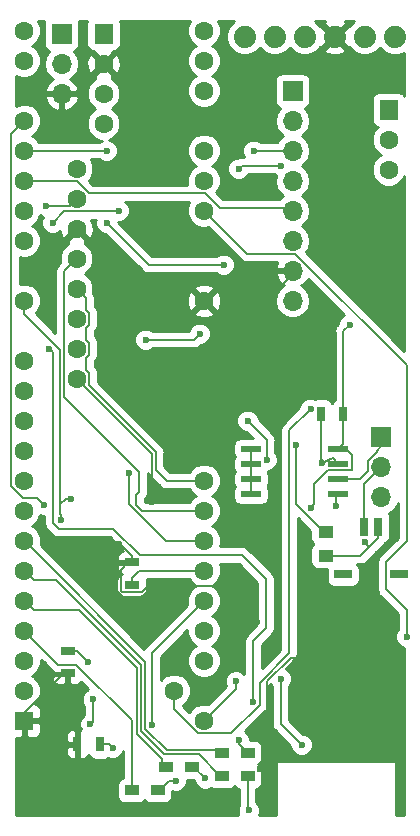
<source format=gbl>
G04 #@! TF.GenerationSoftware,KiCad,Pcbnew,(5.0.0)*
G04 #@! TF.CreationDate,2018-08-08T00:15:05-07:00*
G04 #@! TF.ProjectId,GPSLogger,4750534C6F676765722E6B696361645F,rev?*
G04 #@! TF.SameCoordinates,Original*
G04 #@! TF.FileFunction,Copper,L2,Bot,Signal*
G04 #@! TF.FilePolarity,Positive*
%FSLAX46Y46*%
G04 Gerber Fmt 4.6, Leading zero omitted, Abs format (unit mm)*
G04 Created by KiCad (PCBNEW (5.0.0)) date 08/08/18 00:15:05*
%MOMM*%
%LPD*%
G01*
G04 APERTURE LIST*
G04 #@! TA.AperFunction,ComponentPad*
%ADD10C,1.600000*%
G04 #@! TD*
G04 #@! TA.AperFunction,ComponentPad*
%ADD11R,1.600000X1.600000*%
G04 #@! TD*
G04 #@! TA.AperFunction,ComponentPad*
%ADD12O,1.700000X1.700000*%
G04 #@! TD*
G04 #@! TA.AperFunction,ComponentPad*
%ADD13R,1.700000X1.700000*%
G04 #@! TD*
G04 #@! TA.AperFunction,SMDPad,CuDef*
%ADD14R,1.200000X0.900000*%
G04 #@! TD*
G04 #@! TA.AperFunction,SMDPad,CuDef*
%ADD15R,1.250000X1.000000*%
G04 #@! TD*
G04 #@! TA.AperFunction,SMDPad,CuDef*
%ADD16R,1.300000X0.700000*%
G04 #@! TD*
G04 #@! TA.AperFunction,SMDPad,CuDef*
%ADD17R,0.700000X1.300000*%
G04 #@! TD*
G04 #@! TA.AperFunction,ComponentPad*
%ADD18R,1.600000X1.700000*%
G04 #@! TD*
G04 #@! TA.AperFunction,SMDPad,CuDef*
%ADD19R,1.750000X0.550000*%
G04 #@! TD*
G04 #@! TA.AperFunction,ComponentPad*
%ADD20C,1.879600*%
G04 #@! TD*
G04 #@! TA.AperFunction,ConnectorPad*
%ADD21R,1.500000X0.800000*%
G04 #@! TD*
G04 #@! TA.AperFunction,ConnectorPad*
%ADD22R,0.800000X1.500000*%
G04 #@! TD*
G04 #@! TA.AperFunction,ViaPad*
%ADD23C,0.600000*%
G04 #@! TD*
G04 #@! TA.AperFunction,Conductor*
%ADD24C,0.200000*%
G04 #@! TD*
G04 #@! TA.AperFunction,Conductor*
%ADD25C,0.254000*%
G04 #@! TD*
G04 APERTURE END LIST*
D10*
G04 #@! TO.P,U4,8*
G04 #@! TO.N,BattRtn*
X99822000Y-79248000D03*
G04 #@! TO.P,U4,7*
G04 #@! TO.N,N/C*
X99822000Y-76708000D03*
G04 #@! TO.P,U4,6*
G04 #@! TO.N,BattRtn*
X99822000Y-74168000D03*
G04 #@! TO.P,U4,5*
G04 #@! TO.N,SDA*
X99822000Y-71628000D03*
G04 #@! TO.P,U4,4*
G04 #@! TO.N,SCL*
X99822000Y-69088000D03*
G04 #@! TO.P,U4,3*
G04 #@! TO.N,BattRtn*
X99822000Y-66548000D03*
G04 #@! TO.P,U4,2*
G04 #@! TO.N,Net-(JP3-Pad2)*
X99822000Y-64008000D03*
G04 #@! TO.P,U4,1*
G04 #@! TO.N,N/C*
X99822000Y-61468000D03*
G04 #@! TD*
G04 #@! TO.P,U3,21*
G04 #@! TO.N,GPS_Pwr_En_P28*
X95380000Y-57410000D03*
G04 #@! TO.P,U3,31*
G04 #@! TO.N,/BLE_Tx_RX5_P34*
X110620000Y-52330000D03*
G04 #@! TO.P,U3,30*
G04 #@! TO.N,/BLE_Rx_TX5_P33*
X110620000Y-49790000D03*
G04 #@! TO.P,U3,17*
G04 #@! TO.N,/Sensor_PWR_P25*
X95380000Y-67570000D03*
G04 #@! TO.P,U3,18*
G04 #@! TO.N,N/C*
X95380000Y-65030000D03*
G04 #@! TO.P,U3,19*
G04 #@! TO.N,/Screen_SCK_P27*
X95380000Y-62490000D03*
G04 #@! TO.P,U3,20*
G04 #@! TO.N,/Screen_DIN_P28*
X95380000Y-59950000D03*
G04 #@! TO.P,U3,15*
G04 #@! TO.N,+3V3*
X95380000Y-72650000D03*
G04 #@! TO.P,U3,23*
G04 #@! TO.N,/Debug_Tx_RX5_P34*
X95380000Y-52330000D03*
G04 #@! TO.P,U3,24*
G04 #@! TO.N,/Debug_Rx_TX5_P33*
X95380000Y-49790000D03*
G04 #@! TO.P,U3,32*
G04 #@! TO.N,N/C*
X110620000Y-54870000D03*
G04 #@! TO.P,U3,34*
G04 #@! TO.N,/GPS_ExtInt_P37*
X110620000Y-59950000D03*
G04 #@! TO.P,U3,35*
G04 #@! TO.N,/GPS_TimePulse_P38*
X110620000Y-62490000D03*
G04 #@! TO.P,U3,36*
G04 #@! TO.N,/GPS_Reset_P39*
X110620000Y-65030000D03*
G04 #@! TO.P,U3,13*
G04 #@! TO.N,N/C*
X95380000Y-77730000D03*
G04 #@! TO.P,U3,12*
X95380000Y-80270000D03*
G04 #@! TO.P,U3,11*
X95380000Y-82810000D03*
G04 #@! TO.P,U3,10*
G04 #@! TO.N,/Screen_DC_P8*
X95380000Y-85350000D03*
G04 #@! TO.P,U3,9*
G04 #@! TO.N,/Screen_BUSY_P7*
X95380000Y-87890000D03*
G04 #@! TO.P,U3,8*
G04 #@! TO.N,/Screen_RST_P6*
X95380000Y-90430000D03*
G04 #@! TO.P,U3,7*
G04 #@! TO.N,LED4_P5*
X95380000Y-92970000D03*
G04 #@! TO.P,U3,6*
G04 #@! TO.N,LED3_P4*
X95380000Y-95510000D03*
G04 #@! TO.P,U3,5*
G04 #@! TO.N,LED2_P3*
X95380000Y-98050000D03*
G04 #@! TO.P,U3,4*
G04 #@! TO.N,LED1_P2*
X95380000Y-100590000D03*
G04 #@! TO.P,U3,3*
G04 #@! TO.N,/GPS_Rx_TX1_P1*
X95380000Y-103130000D03*
G04 #@! TO.P,U3,2*
G04 #@! TO.N,/GPS_Tx_RX1_P0*
X95380000Y-105670000D03*
D11*
G04 #@! TO.P,U3,1*
G04 #@! TO.N,BattRtn*
X95380000Y-108210000D03*
D10*
G04 #@! TO.P,U3,39*
X110620000Y-72650000D03*
G04 #@! TO.P,U3,45*
G04 #@! TO.N,SDA*
X110620000Y-87890000D03*
G04 #@! TO.P,U3,46*
G04 #@! TO.N,SCL*
X110620000Y-90430000D03*
G04 #@! TO.P,U3,47*
G04 #@! TO.N,/Screen_CS_P20*
X110620000Y-92970000D03*
G04 #@! TO.P,U3,48*
G04 #@! TO.N,Fun_Btn_3_P21*
X110620000Y-95510000D03*
G04 #@! TO.P,U3,49*
G04 #@! TO.N,Fun_Btn_2_P22*
X110620000Y-98050000D03*
G04 #@! TO.P,U3,50*
G04 #@! TO.N,Fun_Btn_1_P23*
X110620000Y-100590000D03*
G04 #@! TO.P,U3,51*
G04 #@! TO.N,+3V3*
X110620000Y-103130000D03*
G04 #@! TO.P,U3,53*
G04 #@! TO.N,BattPwr*
X110620000Y-108210000D03*
G04 #@! TO.P,U3,54*
G04 #@! TO.N,USBPwr*
X108080000Y-105670000D03*
G04 #@! TD*
D12*
G04 #@! TO.P,DEBUG1,3*
G04 #@! TO.N,BattRtn*
X98552000Y-55118000D03*
G04 #@! TO.P,DEBUG1,2*
G04 #@! TO.N,/Debug_Tx_RX5_P34*
X98552000Y-52578000D03*
D13*
G04 #@! TO.P,DEBUG1,1*
G04 #@! TO.N,/Debug_Rx_TX5_P33*
X98552000Y-50038000D03*
G04 #@! TD*
G04 #@! TO.P,J1,1*
G04 #@! TO.N,Net-(C6-Pad1)*
X125603000Y-84201000D03*
D12*
G04 #@! TO.P,J1,2*
G04 #@! TO.N,Net-(J1-Pad2)*
X125603000Y-86741000D03*
G04 #@! TO.P,J1,3*
G04 #@! TO.N,N/C*
X125603000Y-89281000D03*
G04 #@! TD*
D13*
G04 #@! TO.P,EINK1,1*
G04 #@! TO.N,/Screen_BUSY_P7*
X118110000Y-54864000D03*
D12*
G04 #@! TO.P,EINK1,2*
G04 #@! TO.N,/Screen_RST_P6*
X118110000Y-57404000D03*
G04 #@! TO.P,EINK1,3*
G04 #@! TO.N,/Screen_DC_P8*
X118110000Y-59944000D03*
G04 #@! TO.P,EINK1,4*
G04 #@! TO.N,/Screen_CS_P20*
X118110000Y-62484000D03*
G04 #@! TO.P,EINK1,5*
G04 #@! TO.N,/Screen_SCK_P27*
X118110000Y-65024000D03*
G04 #@! TO.P,EINK1,6*
G04 #@! TO.N,/Screen_DIN_P28*
X118110000Y-67564000D03*
G04 #@! TO.P,EINK1,7*
G04 #@! TO.N,BattRtn*
X118110000Y-70104000D03*
G04 #@! TO.P,EINK1,8*
G04 #@! TO.N,+3V3*
X118110000Y-72644000D03*
G04 #@! TD*
D14*
G04 #@! TO.P,LED_R1,1*
G04 #@! TO.N,LED1_P2*
X104500000Y-114100000D03*
G04 #@! TO.P,LED_R1,2*
G04 #@! TO.N,Net-(LED_D1-Pad2)*
X106700000Y-114100000D03*
G04 #@! TD*
D15*
G04 #@! TO.P,C5,1*
G04 #@! TO.N,Net-(C5-Pad1)*
X120904000Y-92234000D03*
G04 #@! TO.P,C5,2*
G04 #@! TO.N,Net-(C4-Pad2)*
X120904000Y-94234000D03*
G04 #@! TD*
D14*
G04 #@! TO.P,LED_R2,1*
G04 #@! TO.N,LED2_P3*
X107400000Y-112100000D03*
G04 #@! TO.P,LED_R2,2*
G04 #@! TO.N,Net-(LED_D2-Pad2)*
X109600000Y-112100000D03*
G04 #@! TD*
G04 #@! TO.P,LED_R3,1*
G04 #@! TO.N,LED3_P4*
X112100000Y-112900000D03*
G04 #@! TO.P,LED_R3,2*
G04 #@! TO.N,Net-(LED_D3-Pad2)*
X114300000Y-112900000D03*
G04 #@! TD*
G04 #@! TO.P,LED_R4,1*
G04 #@! TO.N,LED4_P5*
X112100000Y-110900000D03*
G04 #@! TO.P,LED_R4,2*
G04 #@! TO.N,Net-(LED_D4-Pad2)*
X114300000Y-110900000D03*
G04 #@! TD*
D16*
G04 #@! TO.P,R3,1*
G04 #@! TO.N,BattRtn*
X99060000Y-104201000D03*
G04 #@! TO.P,R3,2*
G04 #@! TO.N,Fun_Btn_1_P23*
X99060000Y-102301000D03*
G04 #@! TD*
D17*
G04 #@! TO.P,R4,1*
G04 #@! TO.N,BattRtn*
X99900000Y-110200000D03*
G04 #@! TO.P,R4,2*
G04 #@! TO.N,Fun_Btn_2_P22*
X101800000Y-110200000D03*
G04 #@! TD*
D16*
G04 #@! TO.P,R5,1*
G04 #@! TO.N,BattRtn*
X104500000Y-94800000D03*
G04 #@! TO.P,R5,2*
G04 #@! TO.N,Fun_Btn_3_P21*
X104500000Y-96700000D03*
G04 #@! TD*
D17*
G04 #@! TO.P,R14,1*
G04 #@! TO.N,Net-(C4-Pad1)*
X122400000Y-82200000D03*
G04 #@! TO.P,R14,2*
G04 #@! TO.N,Net-(R14-Pad2)*
X120500000Y-82200000D03*
G04 #@! TD*
D18*
G04 #@! TO.P,BLE_PWR1,1*
G04 #@! TO.N,N/C*
X126263400Y-56489600D03*
D10*
G04 #@! TO.P,BLE_PWR1,2*
G04 #@! TO.N,/BLE_Pwr*
X126263400Y-59029600D03*
G04 #@! TO.P,BLE_PWR1,3*
G04 #@! TO.N,BattPwr*
X126263400Y-61569600D03*
G04 #@! TD*
D19*
G04 #@! TO.P,U9,1*
G04 #@! TO.N,Net-(C4-Pad1)*
X122000000Y-85195000D03*
G04 #@! TO.P,U9,2*
G04 #@! TO.N,Net-(R14-Pad2)*
X122000000Y-86465000D03*
G04 #@! TO.P,U9,3*
G04 #@! TO.N,Net-(C6-Pad1)*
X122000000Y-87735000D03*
G04 #@! TO.P,U9,4*
G04 #@! TO.N,Net-(R15-Pad1)*
X122000000Y-89005000D03*
G04 #@! TO.P,U9,5*
G04 #@! TO.N,Net-(U9-Pad5)*
X114600000Y-89005000D03*
G04 #@! TO.P,U9,6*
X114600000Y-87735000D03*
G04 #@! TO.P,U9,7*
X114600000Y-86465000D03*
G04 #@! TO.P,U9,8*
X114600000Y-85195000D03*
G04 #@! TD*
D10*
G04 #@! TO.P,U5,3*
G04 #@! TO.N,SCL*
X102108000Y-55118000D03*
G04 #@! TO.P,U5,2*
G04 #@! TO.N,BattRtn*
X102108000Y-52578000D03*
D18*
G04 #@! TO.P,U5,1*
G04 #@! TO.N,Net-(JP3-Pad2)*
X102108000Y-50038000D03*
D10*
G04 #@! TO.P,U5,4*
G04 #@! TO.N,SDA*
X102108000Y-57658000D03*
G04 #@! TD*
D20*
G04 #@! TO.P,BLE1,1*
G04 #@! TO.N,N/C*
X114046000Y-50292000D03*
G04 #@! TO.P,BLE1,2*
G04 #@! TO.N,/BLE_Rx_TX5_P33*
X116586000Y-50292000D03*
G04 #@! TO.P,BLE1,3*
G04 #@! TO.N,/BLE_Tx_RX5_P34*
X119126000Y-50292000D03*
G04 #@! TO.P,BLE1,4*
G04 #@! TO.N,BattRtn*
X121666000Y-50292000D03*
G04 #@! TO.P,BLE1,5*
G04 #@! TO.N,Net-(BLE1-Pad5)*
X124206000Y-50292000D03*
G04 #@! TO.P,BLE1,6*
G04 #@! TO.N,N/C*
X126746000Y-50292000D03*
G04 #@! TD*
D21*
G04 #@! TO.P,J2,~*
G04 #@! TO.N,N/C*
X122394480Y-95820620D03*
D22*
G04 #@! TO.P,J2,1*
G04 #@! TO.N,Net-(J1-Pad2)*
X124144480Y-91795620D03*
D21*
G04 #@! TO.P,J2,~*
G04 #@! TO.N,N/C*
X127094480Y-95820620D03*
D22*
G04 #@! TO.P,J2,2*
G04 #@! TO.N,Net-(C4-Pad2)*
X125344480Y-91795620D03*
G04 #@! TD*
D23*
G04 #@! TO.N,BattRtn*
X103378000Y-93218000D03*
X97028000Y-103378000D03*
X97790000Y-72390000D03*
X115824000Y-72644000D03*
X118618000Y-106680000D03*
X115321434Y-112265623D03*
X118618000Y-102870008D03*
X115061984Y-99822000D03*
X106172000Y-89662000D03*
G04 #@! TO.N,+3V3*
X101200000Y-106400000D03*
X101000000Y-108500000D03*
X98500000Y-91200000D03*
X110236000Y-75438000D03*
X99314000Y-89408000D03*
X105664000Y-75945992D03*
G04 #@! TO.N,Net-(C4-Pad2)*
X124226320Y-93093540D03*
G04 #@! TO.N,Net-(C4-Pad1)*
X119634000Y-90170000D03*
X122936000Y-74676000D03*
G04 #@! TO.N,Net-(C5-Pad1)*
X118364000Y-84836000D03*
G04 #@! TO.N,/Screen_CS_P20*
X104300741Y-87226012D03*
G04 #@! TO.N,/Screen_DC_P8*
X114808000Y-59944000D03*
G04 #@! TO.N,Fun_Btn_1_P23*
X100800000Y-103200000D03*
G04 #@! TO.N,Fun_Btn_2_P22*
X106200000Y-108600000D03*
X102870000Y-110490000D03*
G04 #@! TO.N,USBPwr*
X119634000Y-81788000D03*
G04 #@! TO.N,Net-(JP2-Pad1)*
X118872000Y-110236000D03*
X117094000Y-104648000D03*
G04 #@! TO.N,BattPwr*
X113300000Y-104849990D03*
G04 #@! TO.N,Net-(LED_D1-Pad2)*
X108204000Y-113284000D03*
G04 #@! TO.N,Net-(LED_D2-Pad2)*
X110700000Y-113100000D03*
G04 #@! TO.N,Net-(LED_D3-Pad2)*
X114400000Y-115800000D03*
G04 #@! TO.N,Net-(LED_D4-Pad2)*
X113538000Y-109830001D03*
G04 #@! TO.N,GPS_Pwr_En_P28*
X97028000Y-89916000D03*
G04 #@! TO.N,Net-(TH2-Pad1)*
X115927992Y-86110001D03*
X114300000Y-82804000D03*
G04 #@! TO.N,/GPS_ExtInt_P37*
X114755990Y-106584021D03*
X97525335Y-76718665D03*
X97790000Y-66040000D03*
X103378000Y-65024000D03*
G04 #@! TO.N,/GPS_Reset_P39*
X127760000Y-101092000D03*
G04 #@! TO.N,/GPS_TimePulse_P38*
X117160000Y-61214000D03*
X113538000Y-61468000D03*
G04 #@! TO.N,Net-(JP3-Pad2)*
X97200000Y-64600000D03*
G04 #@! TO.N,Net-(R14-Pad2)*
X120600000Y-86400000D03*
G04 #@! TO.N,Net-(R15-Pad1)*
X121800000Y-90000000D03*
G04 #@! TO.N,/Screen_DIN_P28*
X112268000Y-69596000D03*
X102362000Y-66040000D03*
X102362000Y-59944000D03*
G04 #@! TD*
D24*
G04 #@! TO.N,*
X126746000Y-56007000D02*
X126263400Y-56489600D01*
G04 #@! TO.N,BattRtn*
X95380000Y-109210000D02*
X95380000Y-108210000D01*
X96370000Y-110200000D02*
X95380000Y-109210000D01*
X99900000Y-110200000D02*
X96370000Y-110200000D01*
X103468000Y-93218000D02*
X103378000Y-93218000D01*
X104500000Y-94800000D02*
X104500000Y-94250000D01*
X104500000Y-94250000D02*
X103468000Y-93218000D01*
X97426736Y-104201000D02*
X99060000Y-104201000D01*
X97028000Y-103802264D02*
X97426736Y-104201000D01*
X97028000Y-103378000D02*
X97028000Y-103802264D01*
X99822000Y-66548000D02*
X97790000Y-68580000D01*
X97790000Y-68580000D02*
X97790000Y-72390000D01*
X118110000Y-70358000D02*
X118110000Y-69850000D01*
X115824000Y-72644000D02*
X118110000Y-70358000D01*
X98298000Y-55118000D02*
X99568000Y-55118000D01*
X99568000Y-55118000D02*
X102108000Y-52578000D01*
X118618000Y-106680000D02*
X118618000Y-102870008D01*
X95380000Y-107566000D02*
X95380000Y-108210000D01*
X99060000Y-104201000D02*
X98745000Y-104201000D01*
X98745000Y-104201000D02*
X95380000Y-107566000D01*
X99822000Y-79248000D02*
X106172000Y-85598000D01*
X106172000Y-89153992D02*
X106172008Y-89154000D01*
X106172000Y-85598000D02*
X106172000Y-89153992D01*
X104500000Y-94800000D02*
X104800000Y-94800000D01*
X112013984Y-96774000D02*
X114761985Y-99522001D01*
X104500000Y-94800000D02*
X104200000Y-94800000D01*
X104200000Y-94800000D02*
X103589999Y-95410001D01*
X105894002Y-96774000D02*
X112013984Y-96774000D01*
X103589999Y-95410001D02*
X103589999Y-97258001D01*
X103589999Y-97258001D02*
X103641999Y-97310001D01*
X114761985Y-99522001D02*
X115061984Y-99822000D01*
X103641999Y-97310001D02*
X105358001Y-97310001D01*
X105358001Y-97310001D02*
X105894002Y-96774000D01*
X118193736Y-102870008D02*
X118618000Y-102870008D01*
X117939728Y-102870008D02*
X118193736Y-102870008D01*
X115930011Y-104879725D02*
X117939728Y-102870008D01*
X115930011Y-111657046D02*
X115930011Y-104879725D01*
X115321434Y-112265623D02*
X115930011Y-111657046D01*
X106172000Y-89153992D02*
X106172000Y-89662000D01*
G04 #@! TO.N,+3V3*
X101200000Y-106400000D02*
X101200000Y-108300000D01*
X101200000Y-108300000D02*
X101000000Y-108500000D01*
X95380000Y-72650000D02*
X95380000Y-73781370D01*
X95380000Y-73781370D02*
X98401989Y-76803359D01*
X98401989Y-90701989D02*
X98500000Y-90800000D01*
X98500000Y-90800000D02*
X98500000Y-91200000D01*
X98401989Y-89916000D02*
X98401989Y-90701989D01*
X98401989Y-76803359D02*
X98401989Y-89916000D01*
X98401989Y-89895747D02*
X98401989Y-89916000D01*
X98889736Y-89408000D02*
X98401989Y-89895747D01*
X99314000Y-89408000D02*
X98889736Y-89408000D01*
X106088264Y-75945992D02*
X105664000Y-75945992D01*
X110236000Y-75438000D02*
X109728008Y-75945992D01*
X109728008Y-75945992D02*
X106088264Y-75945992D01*
G04 #@! TO.N,Net-(C4-Pad2)*
X123856100Y-94234000D02*
X120904000Y-94234000D01*
X125344480Y-91795620D02*
X125344480Y-92745620D01*
X124526319Y-93427179D02*
X124594620Y-93495480D01*
X124526319Y-93393539D02*
X124526319Y-93427179D01*
X124226320Y-93093540D02*
X124526319Y-93393539D01*
X125344480Y-92745620D02*
X124594620Y-93495480D01*
X124594620Y-93495480D02*
X123856100Y-94234000D01*
G04 #@! TO.N,Net-(C4-Pad1)*
X122400000Y-84795000D02*
X122000000Y-85195000D01*
X122400000Y-82200000D02*
X122400000Y-84795000D01*
X122600000Y-85195000D02*
X122000000Y-85195000D01*
X123135001Y-86948001D02*
X123135001Y-85730001D01*
X123083001Y-87000001D02*
X123135001Y-86948001D01*
X121116997Y-87000001D02*
X123083001Y-87000001D01*
X123135001Y-85730001D02*
X122600000Y-85195000D01*
X119933999Y-88182999D02*
X121116997Y-87000001D01*
X119933999Y-89870001D02*
X119933999Y-88182999D01*
X119634000Y-90170000D02*
X119933999Y-89870001D01*
X122400000Y-82200000D02*
X122400000Y-75212000D01*
X122400000Y-75212000D02*
X122936000Y-74676000D01*
G04 #@! TO.N,Net-(C5-Pad1)*
X118364000Y-89819000D02*
X118364000Y-84836000D01*
X120904000Y-92234000D02*
X120779000Y-92234000D01*
X120779000Y-92234000D02*
X118364000Y-89819000D01*
G04 #@! TO.N,Net-(C6-Pad1)*
X123847000Y-87735000D02*
X122000000Y-87735000D01*
X125603000Y-84963000D02*
X125222000Y-85344000D01*
X125603000Y-84201000D02*
X125603000Y-84963000D01*
X125222000Y-85344000D02*
X125222000Y-85479198D01*
X125222000Y-85479198D02*
X124492999Y-86208199D01*
X124492999Y-86208199D02*
X124492999Y-87089001D01*
X124492999Y-87089001D02*
X123847000Y-87735000D01*
G04 #@! TO.N,/Screen_SCK_P27*
X114300000Y-64770000D02*
X118110000Y-64770000D01*
X114287300Y-64782700D02*
X114300000Y-64770000D01*
X96511370Y-62490000D02*
X95380000Y-62490000D01*
X96549371Y-62528001D02*
X96511370Y-62490000D01*
X99860001Y-62528001D02*
X96549371Y-62528001D01*
X100882001Y-63550001D02*
X99860001Y-62528001D01*
X110708803Y-63550001D02*
X100882001Y-63550001D01*
X111941502Y-64782700D02*
X110708803Y-63550001D01*
X114287300Y-64782700D02*
X111941502Y-64782700D01*
G04 #@! TO.N,/Screen_CS_P20*
X110620000Y-92970000D02*
X107380064Y-92970000D01*
X107380064Y-92970000D02*
X104300741Y-89890677D01*
X104300741Y-89890677D02*
X104300741Y-87226012D01*
G04 #@! TO.N,/Screen_DC_P8*
X117856000Y-59944000D02*
X118110000Y-59690000D01*
X114808000Y-59944000D02*
X117856000Y-59944000D01*
G04 #@! TO.N,Fun_Btn_1_P23*
X99901000Y-102301000D02*
X99060000Y-102301000D01*
X100800000Y-103200000D02*
X99901000Y-102301000D01*
G04 #@! TO.N,Fun_Btn_2_P22*
X106200000Y-102470000D02*
X110620000Y-98050000D01*
X106200000Y-108600000D02*
X106200000Y-102470000D01*
X101800000Y-110200000D02*
X102580000Y-110200000D01*
X102580000Y-110200000D02*
X102870000Y-110490000D01*
G04 #@! TO.N,Fun_Btn_3_P21*
X104500000Y-96150000D02*
X104500000Y-96700000D01*
X105140000Y-95510000D02*
X104500000Y-96150000D01*
X110620000Y-95510000D02*
X105140000Y-95510000D01*
G04 #@! TO.N,USBPwr*
X108080000Y-106801370D02*
X108080000Y-105670000D01*
X108080000Y-107238802D02*
X108080000Y-106801370D01*
X112898812Y-109270001D02*
X110111199Y-109270001D01*
X110111199Y-109270001D02*
X108080000Y-107238802D01*
X115315991Y-106852822D02*
X112898812Y-109270001D01*
X115315991Y-104984615D02*
X115315991Y-106852822D01*
X117803999Y-102496607D02*
X115315991Y-104984615D01*
X117803999Y-83618001D02*
X117803999Y-102496607D01*
X119634000Y-81788000D02*
X117803999Y-83618001D01*
G04 #@! TO.N,Net-(JP2-Pad1)*
X118872000Y-110236000D02*
X117094000Y-108458000D01*
X117094000Y-108458000D02*
X117094000Y-104648000D01*
G04 #@! TO.N,BattPwr*
X113300000Y-105530000D02*
X113300000Y-104849990D01*
X110620000Y-108210000D02*
X113300000Y-105530000D01*
G04 #@! TO.N,Net-(LED_D1-Pad2)*
X106700000Y-114100000D02*
X106850000Y-114100000D01*
X107666000Y-113284000D02*
X108204000Y-113284000D01*
X106850000Y-114100000D02*
X107666000Y-113284000D01*
G04 #@! TO.N,Net-(LED_D2-Pad2)*
X109600000Y-112100000D02*
X109700000Y-112100000D01*
X109700000Y-112100000D02*
X110700000Y-113100000D01*
G04 #@! TO.N,Net-(LED_D3-Pad2)*
X114300000Y-112900000D02*
X114300000Y-115700000D01*
X114300000Y-115700000D02*
X114400000Y-115800000D01*
G04 #@! TO.N,Net-(LED_D4-Pad2)*
X113538000Y-110138000D02*
X114300000Y-110900000D01*
X113538000Y-109830001D02*
X113538000Y-110138000D01*
G04 #@! TO.N,LED1_P2*
X104500000Y-108172998D02*
X104500000Y-114100000D01*
X99795803Y-103468801D02*
X104500000Y-108172998D01*
X98258801Y-103468801D02*
X99795803Y-103468801D01*
X95380000Y-100590000D02*
X98258801Y-103468801D01*
G04 #@! TO.N,LED2_P3*
X96179999Y-98849999D02*
X100049999Y-98849999D01*
X95380000Y-98050000D02*
X96179999Y-98849999D01*
X100049999Y-98849999D02*
X104919979Y-103719979D01*
X104919979Y-103719979D02*
X104919979Y-109319979D01*
X107020020Y-111420020D02*
X107020020Y-111820020D01*
X104919979Y-109319979D02*
X107020020Y-111420020D01*
G04 #@! TO.N,LED3_P4*
X96179999Y-96309999D02*
X98109999Y-96309999D01*
X95380000Y-95510000D02*
X96179999Y-96309999D01*
X105279989Y-103479989D02*
X105279989Y-109079989D01*
X98109999Y-96309999D02*
X105279989Y-103479989D01*
X107260010Y-111060010D02*
X110160010Y-111060010D01*
X105279989Y-109079989D02*
X107260010Y-111060010D01*
X110160010Y-111060010D02*
X111900000Y-112800000D01*
G04 #@! TO.N,LED4_P5*
X96179999Y-93769999D02*
X96179999Y-93779999D01*
X95380000Y-92970000D02*
X96179999Y-93769999D01*
X105639999Y-108868801D02*
X107471198Y-110700000D01*
X96179999Y-93779999D02*
X105639999Y-103239999D01*
X105639999Y-103239999D02*
X105639999Y-108868801D01*
X107471198Y-110700000D02*
X112000000Y-110700000D01*
G04 #@! TO.N,GPS_Pwr_En_P28*
X95291197Y-89369999D02*
X96481999Y-89369999D01*
X95380000Y-57410000D02*
X94290010Y-58499990D01*
X94290010Y-58499990D02*
X94290010Y-88368812D01*
X96728001Y-89616001D02*
X97028000Y-89916000D01*
X96481999Y-89369999D02*
X96728001Y-89616001D01*
X94290010Y-88368812D02*
X95291197Y-89369999D01*
G04 #@! TO.N,SCL*
X105103998Y-87136803D02*
X105103998Y-88885196D01*
X105349196Y-90430000D02*
X110620000Y-90430000D01*
X105103998Y-88885196D02*
X104849998Y-89139196D01*
X98761999Y-80794804D02*
X105103998Y-87136803D01*
X104849998Y-89139196D02*
X104849998Y-89930802D01*
X98761999Y-70148001D02*
X98761999Y-80794804D01*
X104849998Y-89930802D02*
X105349196Y-90430000D01*
X99822000Y-69088000D02*
X98761999Y-70148001D01*
G04 #@! TO.N,SDA*
X107448000Y-87890000D02*
X110620000Y-87890000D01*
X100621999Y-74936803D02*
X100621999Y-75939197D01*
X100882001Y-74676801D02*
X100621999Y-74936803D01*
X100882001Y-73659199D02*
X100882001Y-74676801D01*
X100621999Y-73399197D02*
X100882001Y-73659199D01*
X100860966Y-79777836D02*
X106532010Y-85448879D01*
X99822000Y-71628000D02*
X100621999Y-72427999D01*
X100621999Y-75939197D02*
X100882001Y-76199199D01*
X100621999Y-72427999D02*
X100621999Y-73399197D01*
X100882001Y-76199199D02*
X100882001Y-77216801D01*
X100882001Y-77216801D02*
X100621999Y-77476803D01*
X100621999Y-78479197D02*
X100882001Y-78739199D01*
X100882001Y-78739199D02*
X100882001Y-79756801D01*
X100621999Y-77476803D02*
X100621999Y-78479197D01*
X100882001Y-79756801D02*
X100860966Y-79777836D01*
X106532010Y-85448879D02*
X106532010Y-86974010D01*
X106532010Y-86974010D02*
X107448000Y-87890000D01*
G04 #@! TO.N,Net-(TH2-Pad1)*
X115927992Y-86110001D02*
X115927992Y-84431992D01*
X115927992Y-84431992D02*
X114300000Y-82804000D01*
G04 #@! TO.N,/GPS_ExtInt_P37*
X97790000Y-66040000D02*
X98761999Y-65068001D01*
X98761999Y-65068001D02*
X103333999Y-65068001D01*
X103333999Y-65068001D02*
X103378000Y-65024000D01*
X97825334Y-91475334D02*
X98298000Y-91948000D01*
X98298000Y-91948000D02*
X102936802Y-91948000D01*
X102936802Y-91948000D02*
X105178801Y-94189999D01*
X113852067Y-94189999D02*
X115876001Y-96213933D01*
X114755990Y-101464812D02*
X114755990Y-106159757D01*
X114755990Y-106159757D02*
X114755990Y-106584021D01*
X97525335Y-76718665D02*
X97825334Y-77018664D01*
X115876001Y-100344801D02*
X114755990Y-101464812D01*
X105178801Y-94189999D02*
X113852067Y-94189999D01*
X115876001Y-96213933D02*
X115876001Y-100344801D01*
X97825334Y-77018664D02*
X97825334Y-91475334D01*
G04 #@! TO.N,/GPS_Reset_P39*
X127760000Y-98856800D02*
X127760000Y-101092000D01*
X125996700Y-97093500D02*
X127760000Y-98856800D01*
X110620000Y-65030000D02*
X114264001Y-68674001D01*
X114264001Y-68674001D02*
X118322803Y-68674001D01*
X118322803Y-68674001D02*
X127760000Y-78111198D01*
X127760000Y-78111198D02*
X127760000Y-93024420D01*
X127760000Y-93024420D02*
X125996700Y-94787720D01*
X125996700Y-94787720D02*
X125996700Y-97093500D01*
G04 #@! TO.N,/GPS_TimePulse_P38*
X117160000Y-61214000D02*
X113792000Y-61214000D01*
X113792000Y-61214000D02*
X113538000Y-61468000D01*
G04 #@! TO.N,Net-(JP3-Pad2)*
X99230000Y-64600000D02*
X99822000Y-64008000D01*
X97200000Y-64600000D02*
X99230000Y-64600000D01*
G04 #@! TO.N,Net-(R14-Pad2)*
X120500000Y-85800000D02*
X120500000Y-82200000D01*
X120600000Y-86400000D02*
X121535000Y-86000000D01*
X121535000Y-86000000D02*
X122000000Y-86465000D01*
X120600000Y-86400000D02*
X120500000Y-85800000D01*
G04 #@! TO.N,Net-(R15-Pad1)*
X121800000Y-89205000D02*
X122000000Y-89005000D01*
X121800000Y-90000000D02*
X121800000Y-89205000D01*
G04 #@! TO.N,Net-(J1-Pad2)*
X124144480Y-88199520D02*
X125603000Y-86741000D01*
X124144480Y-91795620D02*
X124144480Y-88199520D01*
G04 #@! TO.N,Net-(U9-Pad5)*
X114600000Y-85195000D02*
X114600000Y-86465000D01*
X114600000Y-87735000D02*
X114600000Y-86465000D01*
X114600000Y-89005000D02*
X114600000Y-87735000D01*
G04 #@! TO.N,/Screen_DIN_P28*
X105918000Y-69596000D02*
X102661999Y-66339999D01*
X102661999Y-66339999D02*
X102362000Y-66040000D01*
X112268000Y-69596000D02*
X105918000Y-69596000D01*
X95386000Y-59944000D02*
X95380000Y-59950000D01*
X102362000Y-59944000D02*
X95386000Y-59944000D01*
G04 #@! TD*
D25*
G04 #@! TO.N,BattRtn*
G36*
X127025001Y-92719972D02*
X125528165Y-94216809D01*
X125466795Y-94257815D01*
X125304346Y-94500938D01*
X125261700Y-94715333D01*
X125261700Y-94715336D01*
X125247302Y-94787720D01*
X125261700Y-94860105D01*
X125261701Y-97021111D01*
X125247302Y-97093500D01*
X125304346Y-97380282D01*
X125350529Y-97449399D01*
X125466796Y-97623405D01*
X125528163Y-97664409D01*
X127025000Y-99161247D01*
X127025001Y-100504709D01*
X126967345Y-100562365D01*
X126825000Y-100906017D01*
X126825000Y-101277983D01*
X126967345Y-101621635D01*
X127230365Y-101884655D01*
X127574017Y-102027000D01*
X127585000Y-102027000D01*
X127585000Y-116155000D01*
X126873000Y-116155000D01*
X126873000Y-111760000D01*
X126863333Y-111711399D01*
X126835803Y-111670197D01*
X126794601Y-111642667D01*
X126746000Y-111633000D01*
X116840000Y-111633000D01*
X116791399Y-111642667D01*
X116750197Y-111670197D01*
X116722667Y-111711399D01*
X116713000Y-111760000D01*
X116713000Y-116155000D01*
X115264991Y-116155000D01*
X115335000Y-115985983D01*
X115335000Y-115614017D01*
X115192655Y-115270365D01*
X115035000Y-115112710D01*
X115035000Y-113970587D01*
X115147765Y-113948157D01*
X115357809Y-113807809D01*
X115498157Y-113597765D01*
X115547440Y-113350000D01*
X115547440Y-112450000D01*
X115498157Y-112202235D01*
X115357809Y-111992191D01*
X115219836Y-111900000D01*
X115357809Y-111807809D01*
X115498157Y-111597765D01*
X115547440Y-111350000D01*
X115547440Y-110450000D01*
X115498157Y-110202235D01*
X115357809Y-109992191D01*
X115147765Y-109851843D01*
X114900000Y-109802560D01*
X114473000Y-109802560D01*
X114473000Y-109644018D01*
X114330655Y-109300366D01*
X114119274Y-109088985D01*
X115784528Y-107423731D01*
X115845896Y-107382727D01*
X116008345Y-107139605D01*
X116050991Y-106925210D01*
X116050991Y-106925207D01*
X116065389Y-106852823D01*
X116050991Y-106780439D01*
X116050991Y-105289061D01*
X116260654Y-105079398D01*
X116301345Y-105177635D01*
X116359001Y-105235291D01*
X116359000Y-108385616D01*
X116344602Y-108458000D01*
X116359000Y-108530384D01*
X116359000Y-108530387D01*
X116401646Y-108744782D01*
X116564095Y-108987905D01*
X116625465Y-109028911D01*
X117937000Y-110340447D01*
X117937000Y-110421983D01*
X118079345Y-110765635D01*
X118342365Y-111028655D01*
X118686017Y-111171000D01*
X119057983Y-111171000D01*
X119401635Y-111028655D01*
X119664655Y-110765635D01*
X119807000Y-110421983D01*
X119807000Y-110050017D01*
X119664655Y-109706365D01*
X119401635Y-109443345D01*
X119057983Y-109301000D01*
X118976447Y-109301000D01*
X117829000Y-108153554D01*
X117829000Y-105235290D01*
X117886655Y-105177635D01*
X118029000Y-104833983D01*
X118029000Y-104462017D01*
X117886655Y-104118365D01*
X117623635Y-103855345D01*
X117525398Y-103814654D01*
X118272536Y-103067516D01*
X118333904Y-103026512D01*
X118496353Y-102783390D01*
X118538999Y-102568995D01*
X118553398Y-102496607D01*
X118538999Y-102424219D01*
X118538999Y-91033445D01*
X119631560Y-92126007D01*
X119631560Y-92734000D01*
X119680843Y-92981765D01*
X119821191Y-93191809D01*
X119884334Y-93234000D01*
X119821191Y-93276191D01*
X119680843Y-93486235D01*
X119631560Y-93734000D01*
X119631560Y-94734000D01*
X119680843Y-94981765D01*
X119821191Y-95191809D01*
X120031235Y-95332157D01*
X120279000Y-95381440D01*
X121004833Y-95381440D01*
X120997040Y-95420620D01*
X120997040Y-96220620D01*
X121046323Y-96468385D01*
X121186671Y-96678429D01*
X121396715Y-96818777D01*
X121644480Y-96868060D01*
X123144480Y-96868060D01*
X123392245Y-96818777D01*
X123602289Y-96678429D01*
X123742637Y-96468385D01*
X123791920Y-96220620D01*
X123791920Y-95420620D01*
X123742637Y-95172855D01*
X123606424Y-94969000D01*
X123783716Y-94969000D01*
X123856100Y-94983398D01*
X123928484Y-94969000D01*
X123928488Y-94969000D01*
X124142883Y-94926354D01*
X124386005Y-94763905D01*
X124427011Y-94702535D01*
X125063162Y-94066385D01*
X125124524Y-94025384D01*
X125165525Y-93964022D01*
X125165529Y-93964018D01*
X125165531Y-93964015D01*
X125813017Y-93316530D01*
X125874385Y-93275525D01*
X125957844Y-93150620D01*
X125992245Y-93143777D01*
X126202289Y-93003429D01*
X126342637Y-92793385D01*
X126391920Y-92545620D01*
X126391920Y-91045620D01*
X126342637Y-90797855D01*
X126238667Y-90642254D01*
X126673625Y-90351625D01*
X127001839Y-89860418D01*
X127025001Y-89743975D01*
X127025001Y-92719972D01*
X127025001Y-92719972D01*
G37*
X127025001Y-92719972D02*
X125528165Y-94216809D01*
X125466795Y-94257815D01*
X125304346Y-94500938D01*
X125261700Y-94715333D01*
X125261700Y-94715336D01*
X125247302Y-94787720D01*
X125261700Y-94860105D01*
X125261701Y-97021111D01*
X125247302Y-97093500D01*
X125304346Y-97380282D01*
X125350529Y-97449399D01*
X125466796Y-97623405D01*
X125528163Y-97664409D01*
X127025000Y-99161247D01*
X127025001Y-100504709D01*
X126967345Y-100562365D01*
X126825000Y-100906017D01*
X126825000Y-101277983D01*
X126967345Y-101621635D01*
X127230365Y-101884655D01*
X127574017Y-102027000D01*
X127585000Y-102027000D01*
X127585000Y-116155000D01*
X126873000Y-116155000D01*
X126873000Y-111760000D01*
X126863333Y-111711399D01*
X126835803Y-111670197D01*
X126794601Y-111642667D01*
X126746000Y-111633000D01*
X116840000Y-111633000D01*
X116791399Y-111642667D01*
X116750197Y-111670197D01*
X116722667Y-111711399D01*
X116713000Y-111760000D01*
X116713000Y-116155000D01*
X115264991Y-116155000D01*
X115335000Y-115985983D01*
X115335000Y-115614017D01*
X115192655Y-115270365D01*
X115035000Y-115112710D01*
X115035000Y-113970587D01*
X115147765Y-113948157D01*
X115357809Y-113807809D01*
X115498157Y-113597765D01*
X115547440Y-113350000D01*
X115547440Y-112450000D01*
X115498157Y-112202235D01*
X115357809Y-111992191D01*
X115219836Y-111900000D01*
X115357809Y-111807809D01*
X115498157Y-111597765D01*
X115547440Y-111350000D01*
X115547440Y-110450000D01*
X115498157Y-110202235D01*
X115357809Y-109992191D01*
X115147765Y-109851843D01*
X114900000Y-109802560D01*
X114473000Y-109802560D01*
X114473000Y-109644018D01*
X114330655Y-109300366D01*
X114119274Y-109088985D01*
X115784528Y-107423731D01*
X115845896Y-107382727D01*
X116008345Y-107139605D01*
X116050991Y-106925210D01*
X116050991Y-106925207D01*
X116065389Y-106852823D01*
X116050991Y-106780439D01*
X116050991Y-105289061D01*
X116260654Y-105079398D01*
X116301345Y-105177635D01*
X116359001Y-105235291D01*
X116359000Y-108385616D01*
X116344602Y-108458000D01*
X116359000Y-108530384D01*
X116359000Y-108530387D01*
X116401646Y-108744782D01*
X116564095Y-108987905D01*
X116625465Y-109028911D01*
X117937000Y-110340447D01*
X117937000Y-110421983D01*
X118079345Y-110765635D01*
X118342365Y-111028655D01*
X118686017Y-111171000D01*
X119057983Y-111171000D01*
X119401635Y-111028655D01*
X119664655Y-110765635D01*
X119807000Y-110421983D01*
X119807000Y-110050017D01*
X119664655Y-109706365D01*
X119401635Y-109443345D01*
X119057983Y-109301000D01*
X118976447Y-109301000D01*
X117829000Y-108153554D01*
X117829000Y-105235290D01*
X117886655Y-105177635D01*
X118029000Y-104833983D01*
X118029000Y-104462017D01*
X117886655Y-104118365D01*
X117623635Y-103855345D01*
X117525398Y-103814654D01*
X118272536Y-103067516D01*
X118333904Y-103026512D01*
X118496353Y-102783390D01*
X118538999Y-102568995D01*
X118553398Y-102496607D01*
X118538999Y-102424219D01*
X118538999Y-91033445D01*
X119631560Y-92126007D01*
X119631560Y-92734000D01*
X119680843Y-92981765D01*
X119821191Y-93191809D01*
X119884334Y-93234000D01*
X119821191Y-93276191D01*
X119680843Y-93486235D01*
X119631560Y-93734000D01*
X119631560Y-94734000D01*
X119680843Y-94981765D01*
X119821191Y-95191809D01*
X120031235Y-95332157D01*
X120279000Y-95381440D01*
X121004833Y-95381440D01*
X120997040Y-95420620D01*
X120997040Y-96220620D01*
X121046323Y-96468385D01*
X121186671Y-96678429D01*
X121396715Y-96818777D01*
X121644480Y-96868060D01*
X123144480Y-96868060D01*
X123392245Y-96818777D01*
X123602289Y-96678429D01*
X123742637Y-96468385D01*
X123791920Y-96220620D01*
X123791920Y-95420620D01*
X123742637Y-95172855D01*
X123606424Y-94969000D01*
X123783716Y-94969000D01*
X123856100Y-94983398D01*
X123928484Y-94969000D01*
X123928488Y-94969000D01*
X124142883Y-94926354D01*
X124386005Y-94763905D01*
X124427011Y-94702535D01*
X125063162Y-94066385D01*
X125124524Y-94025384D01*
X125165525Y-93964022D01*
X125165529Y-93964018D01*
X125165531Y-93964015D01*
X125813017Y-93316530D01*
X125874385Y-93275525D01*
X125957844Y-93150620D01*
X125992245Y-93143777D01*
X126202289Y-93003429D01*
X126342637Y-92793385D01*
X126391920Y-92545620D01*
X126391920Y-91045620D01*
X126342637Y-90797855D01*
X126238667Y-90642254D01*
X126673625Y-90351625D01*
X127001839Y-89860418D01*
X127025001Y-89743975D01*
X127025001Y-92719972D01*
G36*
X97687892Y-103937338D02*
X97728896Y-103998706D01*
X97972018Y-104161155D01*
X98186413Y-104203801D01*
X98186416Y-104203801D01*
X98258800Y-104218199D01*
X98331184Y-104203801D01*
X99207000Y-104203801D01*
X99207000Y-104328000D01*
X99187000Y-104328000D01*
X99187000Y-105027250D01*
X99345750Y-105186000D01*
X99836310Y-105186000D01*
X100069699Y-105089327D01*
X100223290Y-104935735D01*
X100829136Y-105541580D01*
X100670365Y-105607345D01*
X100407345Y-105870365D01*
X100265000Y-106214017D01*
X100265000Y-106585983D01*
X100407345Y-106929635D01*
X100465000Y-106987290D01*
X100465001Y-107712709D01*
X100207345Y-107970365D01*
X100065000Y-108314017D01*
X100065000Y-108685983D01*
X100167444Y-108933306D01*
X100027000Y-109073750D01*
X100027000Y-110073000D01*
X100047000Y-110073000D01*
X100047000Y-110327000D01*
X100027000Y-110327000D01*
X100027000Y-111326250D01*
X100185750Y-111485000D01*
X100376309Y-111485000D01*
X100609698Y-111388327D01*
X100788327Y-111209699D01*
X100846279Y-111069791D01*
X100851843Y-111097765D01*
X100992191Y-111307809D01*
X101202235Y-111448157D01*
X101450000Y-111497440D01*
X102150000Y-111497440D01*
X102397765Y-111448157D01*
X102528702Y-111360667D01*
X102684017Y-111425000D01*
X103055983Y-111425000D01*
X103399635Y-111282655D01*
X103662655Y-111019635D01*
X103765000Y-110772551D01*
X103765001Y-113029413D01*
X103652235Y-113051843D01*
X103442191Y-113192191D01*
X103301843Y-113402235D01*
X103252560Y-113650000D01*
X103252560Y-114550000D01*
X103301843Y-114797765D01*
X103442191Y-115007809D01*
X103652235Y-115148157D01*
X103900000Y-115197440D01*
X105100000Y-115197440D01*
X105347765Y-115148157D01*
X105557809Y-115007809D01*
X105600000Y-114944666D01*
X105642191Y-115007809D01*
X105852235Y-115148157D01*
X106100000Y-115197440D01*
X107300000Y-115197440D01*
X107547765Y-115148157D01*
X107757809Y-115007809D01*
X107898157Y-114797765D01*
X107947440Y-114550000D01*
X107947440Y-114189766D01*
X108018017Y-114219000D01*
X108389983Y-114219000D01*
X108733635Y-114076655D01*
X108996655Y-113813635D01*
X109139000Y-113469983D01*
X109139000Y-113197440D01*
X109757993Y-113197440D01*
X109765000Y-113204447D01*
X109765000Y-113285983D01*
X109907345Y-113629635D01*
X110170365Y-113892655D01*
X110514017Y-114035000D01*
X110885983Y-114035000D01*
X111192309Y-113908116D01*
X111252235Y-113948157D01*
X111500000Y-113997440D01*
X112700000Y-113997440D01*
X112947765Y-113948157D01*
X113157809Y-113807809D01*
X113200000Y-113744666D01*
X113242191Y-113807809D01*
X113452235Y-113948157D01*
X113565000Y-113970587D01*
X113565001Y-115372593D01*
X113465000Y-115614017D01*
X113465000Y-115985983D01*
X113535009Y-116155000D01*
X94665000Y-116155000D01*
X94665000Y-110485750D01*
X98915000Y-110485750D01*
X98915000Y-110976310D01*
X99011673Y-111209699D01*
X99190302Y-111388327D01*
X99423691Y-111485000D01*
X99614250Y-111485000D01*
X99773000Y-111326250D01*
X99773000Y-110327000D01*
X99073750Y-110327000D01*
X98915000Y-110485750D01*
X94665000Y-110485750D01*
X94665000Y-109645000D01*
X95094250Y-109645000D01*
X95253000Y-109486250D01*
X95253000Y-108337000D01*
X95507000Y-108337000D01*
X95507000Y-109486250D01*
X95665750Y-109645000D01*
X96306310Y-109645000D01*
X96539699Y-109548327D01*
X96664335Y-109423690D01*
X98915000Y-109423690D01*
X98915000Y-109914250D01*
X99073750Y-110073000D01*
X99773000Y-110073000D01*
X99773000Y-109073750D01*
X99614250Y-108915000D01*
X99423691Y-108915000D01*
X99190302Y-109011673D01*
X99011673Y-109190301D01*
X98915000Y-109423690D01*
X96664335Y-109423690D01*
X96718327Y-109369698D01*
X96815000Y-109136309D01*
X96815000Y-108495750D01*
X96656250Y-108337000D01*
X95507000Y-108337000D01*
X95253000Y-108337000D01*
X95233000Y-108337000D01*
X95233000Y-108083000D01*
X95253000Y-108083000D01*
X95253000Y-108063000D01*
X95507000Y-108063000D01*
X95507000Y-108083000D01*
X96656250Y-108083000D01*
X96815000Y-107924250D01*
X96815000Y-107283691D01*
X96718327Y-107050302D01*
X96539699Y-106871673D01*
X96306310Y-106775000D01*
X96304396Y-106775000D01*
X96596534Y-106482862D01*
X96815000Y-105955439D01*
X96815000Y-105384561D01*
X96596534Y-104857138D01*
X96226146Y-104486750D01*
X97775000Y-104486750D01*
X97775000Y-104677309D01*
X97871673Y-104910698D01*
X98050301Y-105089327D01*
X98283690Y-105186000D01*
X98774250Y-105186000D01*
X98933000Y-105027250D01*
X98933000Y-104328000D01*
X97933750Y-104328000D01*
X97775000Y-104486750D01*
X96226146Y-104486750D01*
X96192862Y-104453466D01*
X96063784Y-104400000D01*
X96192862Y-104346534D01*
X96596534Y-103942862D01*
X96815000Y-103415439D01*
X96815000Y-103064447D01*
X97687892Y-103937338D01*
X97687892Y-103937338D01*
G37*
X97687892Y-103937338D02*
X97728896Y-103998706D01*
X97972018Y-104161155D01*
X98186413Y-104203801D01*
X98186416Y-104203801D01*
X98258800Y-104218199D01*
X98331184Y-104203801D01*
X99207000Y-104203801D01*
X99207000Y-104328000D01*
X99187000Y-104328000D01*
X99187000Y-105027250D01*
X99345750Y-105186000D01*
X99836310Y-105186000D01*
X100069699Y-105089327D01*
X100223290Y-104935735D01*
X100829136Y-105541580D01*
X100670365Y-105607345D01*
X100407345Y-105870365D01*
X100265000Y-106214017D01*
X100265000Y-106585983D01*
X100407345Y-106929635D01*
X100465000Y-106987290D01*
X100465001Y-107712709D01*
X100207345Y-107970365D01*
X100065000Y-108314017D01*
X100065000Y-108685983D01*
X100167444Y-108933306D01*
X100027000Y-109073750D01*
X100027000Y-110073000D01*
X100047000Y-110073000D01*
X100047000Y-110327000D01*
X100027000Y-110327000D01*
X100027000Y-111326250D01*
X100185750Y-111485000D01*
X100376309Y-111485000D01*
X100609698Y-111388327D01*
X100788327Y-111209699D01*
X100846279Y-111069791D01*
X100851843Y-111097765D01*
X100992191Y-111307809D01*
X101202235Y-111448157D01*
X101450000Y-111497440D01*
X102150000Y-111497440D01*
X102397765Y-111448157D01*
X102528702Y-111360667D01*
X102684017Y-111425000D01*
X103055983Y-111425000D01*
X103399635Y-111282655D01*
X103662655Y-111019635D01*
X103765000Y-110772551D01*
X103765001Y-113029413D01*
X103652235Y-113051843D01*
X103442191Y-113192191D01*
X103301843Y-113402235D01*
X103252560Y-113650000D01*
X103252560Y-114550000D01*
X103301843Y-114797765D01*
X103442191Y-115007809D01*
X103652235Y-115148157D01*
X103900000Y-115197440D01*
X105100000Y-115197440D01*
X105347765Y-115148157D01*
X105557809Y-115007809D01*
X105600000Y-114944666D01*
X105642191Y-115007809D01*
X105852235Y-115148157D01*
X106100000Y-115197440D01*
X107300000Y-115197440D01*
X107547765Y-115148157D01*
X107757809Y-115007809D01*
X107898157Y-114797765D01*
X107947440Y-114550000D01*
X107947440Y-114189766D01*
X108018017Y-114219000D01*
X108389983Y-114219000D01*
X108733635Y-114076655D01*
X108996655Y-113813635D01*
X109139000Y-113469983D01*
X109139000Y-113197440D01*
X109757993Y-113197440D01*
X109765000Y-113204447D01*
X109765000Y-113285983D01*
X109907345Y-113629635D01*
X110170365Y-113892655D01*
X110514017Y-114035000D01*
X110885983Y-114035000D01*
X111192309Y-113908116D01*
X111252235Y-113948157D01*
X111500000Y-113997440D01*
X112700000Y-113997440D01*
X112947765Y-113948157D01*
X113157809Y-113807809D01*
X113200000Y-113744666D01*
X113242191Y-113807809D01*
X113452235Y-113948157D01*
X113565000Y-113970587D01*
X113565001Y-115372593D01*
X113465000Y-115614017D01*
X113465000Y-115985983D01*
X113535009Y-116155000D01*
X94665000Y-116155000D01*
X94665000Y-110485750D01*
X98915000Y-110485750D01*
X98915000Y-110976310D01*
X99011673Y-111209699D01*
X99190302Y-111388327D01*
X99423691Y-111485000D01*
X99614250Y-111485000D01*
X99773000Y-111326250D01*
X99773000Y-110327000D01*
X99073750Y-110327000D01*
X98915000Y-110485750D01*
X94665000Y-110485750D01*
X94665000Y-109645000D01*
X95094250Y-109645000D01*
X95253000Y-109486250D01*
X95253000Y-108337000D01*
X95507000Y-108337000D01*
X95507000Y-109486250D01*
X95665750Y-109645000D01*
X96306310Y-109645000D01*
X96539699Y-109548327D01*
X96664335Y-109423690D01*
X98915000Y-109423690D01*
X98915000Y-109914250D01*
X99073750Y-110073000D01*
X99773000Y-110073000D01*
X99773000Y-109073750D01*
X99614250Y-108915000D01*
X99423691Y-108915000D01*
X99190302Y-109011673D01*
X99011673Y-109190301D01*
X98915000Y-109423690D01*
X96664335Y-109423690D01*
X96718327Y-109369698D01*
X96815000Y-109136309D01*
X96815000Y-108495750D01*
X96656250Y-108337000D01*
X95507000Y-108337000D01*
X95253000Y-108337000D01*
X95233000Y-108337000D01*
X95233000Y-108083000D01*
X95253000Y-108083000D01*
X95253000Y-108063000D01*
X95507000Y-108063000D01*
X95507000Y-108083000D01*
X96656250Y-108083000D01*
X96815000Y-107924250D01*
X96815000Y-107283691D01*
X96718327Y-107050302D01*
X96539699Y-106871673D01*
X96306310Y-106775000D01*
X96304396Y-106775000D01*
X96596534Y-106482862D01*
X96815000Y-105955439D01*
X96815000Y-105384561D01*
X96596534Y-104857138D01*
X96226146Y-104486750D01*
X97775000Y-104486750D01*
X97775000Y-104677309D01*
X97871673Y-104910698D01*
X98050301Y-105089327D01*
X98283690Y-105186000D01*
X98774250Y-105186000D01*
X98933000Y-105027250D01*
X98933000Y-104328000D01*
X97933750Y-104328000D01*
X97775000Y-104486750D01*
X96226146Y-104486750D01*
X96192862Y-104453466D01*
X96063784Y-104400000D01*
X96192862Y-104346534D01*
X96596534Y-103942862D01*
X96815000Y-103415439D01*
X96815000Y-103064447D01*
X97687892Y-103937338D01*
G36*
X115141001Y-96518380D02*
X115141002Y-100040353D01*
X114287455Y-100893901D01*
X114226085Y-100934907D01*
X114063636Y-101178030D01*
X114020990Y-101392425D01*
X114020990Y-101392428D01*
X114006592Y-101464812D01*
X114020990Y-101537196D01*
X114020991Y-104248691D01*
X113829635Y-104057335D01*
X113485983Y-103914990D01*
X113114017Y-103914990D01*
X112770365Y-104057335D01*
X112507345Y-104320355D01*
X112365000Y-104664007D01*
X112365000Y-105035973D01*
X112479105Y-105311448D01*
X110983302Y-106807252D01*
X110905439Y-106775000D01*
X110334561Y-106775000D01*
X109807138Y-106993466D01*
X109403466Y-107397138D01*
X109366654Y-107486010D01*
X108815000Y-106934356D01*
X108815000Y-106918786D01*
X108892862Y-106886534D01*
X109296534Y-106482862D01*
X109515000Y-105955439D01*
X109515000Y-105384561D01*
X109296534Y-104857138D01*
X108892862Y-104453466D01*
X108365439Y-104235000D01*
X107794561Y-104235000D01*
X107267138Y-104453466D01*
X106935000Y-104785604D01*
X106935000Y-102774446D01*
X109185000Y-100524447D01*
X109185000Y-100875439D01*
X109403466Y-101402862D01*
X109807138Y-101806534D01*
X109936216Y-101860000D01*
X109807138Y-101913466D01*
X109403466Y-102317138D01*
X109185000Y-102844561D01*
X109185000Y-103415439D01*
X109403466Y-103942862D01*
X109807138Y-104346534D01*
X110334561Y-104565000D01*
X110905439Y-104565000D01*
X111432862Y-104346534D01*
X111836534Y-103942862D01*
X112055000Y-103415439D01*
X112055000Y-102844561D01*
X111836534Y-102317138D01*
X111432862Y-101913466D01*
X111303784Y-101860000D01*
X111432862Y-101806534D01*
X111836534Y-101402862D01*
X112055000Y-100875439D01*
X112055000Y-100304561D01*
X111836534Y-99777138D01*
X111432862Y-99373466D01*
X111303784Y-99320000D01*
X111432862Y-99266534D01*
X111836534Y-98862862D01*
X112055000Y-98335439D01*
X112055000Y-97764561D01*
X111836534Y-97237138D01*
X111432862Y-96833466D01*
X111303784Y-96780000D01*
X111432862Y-96726534D01*
X111836534Y-96322862D01*
X112055000Y-95795439D01*
X112055000Y-95224561D01*
X111930917Y-94924999D01*
X113547621Y-94924999D01*
X115141001Y-96518380D01*
X115141001Y-96518380D01*
G37*
X115141001Y-96518380D02*
X115141002Y-100040353D01*
X114287455Y-100893901D01*
X114226085Y-100934907D01*
X114063636Y-101178030D01*
X114020990Y-101392425D01*
X114020990Y-101392428D01*
X114006592Y-101464812D01*
X114020990Y-101537196D01*
X114020991Y-104248691D01*
X113829635Y-104057335D01*
X113485983Y-103914990D01*
X113114017Y-103914990D01*
X112770365Y-104057335D01*
X112507345Y-104320355D01*
X112365000Y-104664007D01*
X112365000Y-105035973D01*
X112479105Y-105311448D01*
X110983302Y-106807252D01*
X110905439Y-106775000D01*
X110334561Y-106775000D01*
X109807138Y-106993466D01*
X109403466Y-107397138D01*
X109366654Y-107486010D01*
X108815000Y-106934356D01*
X108815000Y-106918786D01*
X108892862Y-106886534D01*
X109296534Y-106482862D01*
X109515000Y-105955439D01*
X109515000Y-105384561D01*
X109296534Y-104857138D01*
X108892862Y-104453466D01*
X108365439Y-104235000D01*
X107794561Y-104235000D01*
X107267138Y-104453466D01*
X106935000Y-104785604D01*
X106935000Y-102774446D01*
X109185000Y-100524447D01*
X109185000Y-100875439D01*
X109403466Y-101402862D01*
X109807138Y-101806534D01*
X109936216Y-101860000D01*
X109807138Y-101913466D01*
X109403466Y-102317138D01*
X109185000Y-102844561D01*
X109185000Y-103415439D01*
X109403466Y-103942862D01*
X109807138Y-104346534D01*
X110334561Y-104565000D01*
X110905439Y-104565000D01*
X111432862Y-104346534D01*
X111836534Y-103942862D01*
X112055000Y-103415439D01*
X112055000Y-102844561D01*
X111836534Y-102317138D01*
X111432862Y-101913466D01*
X111303784Y-101860000D01*
X111432862Y-101806534D01*
X111836534Y-101402862D01*
X112055000Y-100875439D01*
X112055000Y-100304561D01*
X111836534Y-99777138D01*
X111432862Y-99373466D01*
X111303784Y-99320000D01*
X111432862Y-99266534D01*
X111836534Y-98862862D01*
X112055000Y-98335439D01*
X112055000Y-97764561D01*
X111836534Y-97237138D01*
X111432862Y-96833466D01*
X111303784Y-96780000D01*
X111432862Y-96726534D01*
X111836534Y-96322862D01*
X112055000Y-95795439D01*
X112055000Y-95224561D01*
X111930917Y-94924999D01*
X113547621Y-94924999D01*
X115141001Y-96518380D01*
G36*
X109185000Y-64744561D02*
X109185000Y-65315439D01*
X109403466Y-65842862D01*
X109807138Y-66246534D01*
X110334561Y-66465000D01*
X110905439Y-66465000D01*
X110983302Y-66432748D01*
X113693091Y-69142538D01*
X113734096Y-69203906D01*
X113977218Y-69366355D01*
X114191613Y-69409001D01*
X114264001Y-69423400D01*
X114336389Y-69409001D01*
X116808565Y-69409001D01*
X116668524Y-69747110D01*
X116789845Y-69977000D01*
X117983000Y-69977000D01*
X117983000Y-69957000D01*
X118237000Y-69957000D01*
X118237000Y-69977000D01*
X118257000Y-69977000D01*
X118257000Y-70231000D01*
X118237000Y-70231000D01*
X118237000Y-70251000D01*
X117983000Y-70251000D01*
X117983000Y-70231000D01*
X116789845Y-70231000D01*
X116668524Y-70460890D01*
X116838355Y-70870924D01*
X117228642Y-71299183D01*
X117358478Y-71360157D01*
X117039375Y-71573375D01*
X116711161Y-72064582D01*
X116595908Y-72644000D01*
X116711161Y-73223418D01*
X117039375Y-73714625D01*
X117530582Y-74042839D01*
X117963744Y-74129000D01*
X118256256Y-74129000D01*
X118689418Y-74042839D01*
X119180625Y-73714625D01*
X119508839Y-73223418D01*
X119624092Y-72644000D01*
X119508839Y-72064582D01*
X119180625Y-71573375D01*
X118861522Y-71360157D01*
X118991358Y-71299183D01*
X119381645Y-70870924D01*
X119410533Y-70801177D01*
X122467413Y-73858058D01*
X122406365Y-73883345D01*
X122143345Y-74146365D01*
X122001000Y-74490017D01*
X122001000Y-74571554D01*
X121931463Y-74641091D01*
X121870096Y-74682095D01*
X121829092Y-74743462D01*
X121829091Y-74743463D01*
X121707646Y-74925218D01*
X121650602Y-75212000D01*
X121665001Y-75284389D01*
X121665000Y-81043541D01*
X121592191Y-81092191D01*
X121451843Y-81302235D01*
X121450000Y-81311500D01*
X121448157Y-81302235D01*
X121307809Y-81092191D01*
X121097765Y-80951843D01*
X120850000Y-80902560D01*
X120150000Y-80902560D01*
X120007880Y-80930829D01*
X119819983Y-80853000D01*
X119448017Y-80853000D01*
X119104365Y-80995345D01*
X118841345Y-81258365D01*
X118699000Y-81602017D01*
X118699000Y-81683553D01*
X117335464Y-83047090D01*
X117274094Y-83088096D01*
X117111645Y-83331219D01*
X117068999Y-83545614D01*
X117068999Y-83545617D01*
X117054601Y-83618001D01*
X117068999Y-83690385D01*
X117069000Y-102192159D01*
X115490990Y-103770170D01*
X115490990Y-101769258D01*
X116344538Y-100915711D01*
X116405906Y-100874706D01*
X116568355Y-100631584D01*
X116611001Y-100417189D01*
X116625400Y-100344801D01*
X116611001Y-100272413D01*
X116611001Y-96286317D01*
X116625399Y-96213933D01*
X116611001Y-96141549D01*
X116611001Y-96141545D01*
X116568355Y-95927150D01*
X116405906Y-95684028D01*
X116344539Y-95643024D01*
X114422978Y-93721464D01*
X114381972Y-93660094D01*
X114138850Y-93497645D01*
X113924455Y-93454999D01*
X113924451Y-93454999D01*
X113852067Y-93440601D01*
X113779683Y-93454999D01*
X111972339Y-93454999D01*
X112055000Y-93255439D01*
X112055000Y-92684561D01*
X111836534Y-92157138D01*
X111432862Y-91753466D01*
X111303784Y-91700000D01*
X111432862Y-91646534D01*
X111836534Y-91242862D01*
X112055000Y-90715439D01*
X112055000Y-90144561D01*
X111836534Y-89617138D01*
X111432862Y-89213466D01*
X111303784Y-89160000D01*
X111432862Y-89106534D01*
X111836534Y-88702862D01*
X112055000Y-88175439D01*
X112055000Y-87604561D01*
X111836534Y-87077138D01*
X111432862Y-86673466D01*
X110905439Y-86455000D01*
X110334561Y-86455000D01*
X109807138Y-86673466D01*
X109403466Y-87077138D01*
X109371214Y-87155000D01*
X107752447Y-87155000D01*
X107267010Y-86669564D01*
X107267010Y-85521267D01*
X107281409Y-85448879D01*
X107251549Y-85298765D01*
X107224364Y-85162096D01*
X107062601Y-84920000D01*
X113077560Y-84920000D01*
X113077560Y-85470000D01*
X113126843Y-85717765D01*
X113201837Y-85830000D01*
X113126843Y-85942235D01*
X113077560Y-86190000D01*
X113077560Y-86740000D01*
X113126843Y-86987765D01*
X113201837Y-87100000D01*
X113126843Y-87212235D01*
X113077560Y-87460000D01*
X113077560Y-88010000D01*
X113126843Y-88257765D01*
X113201837Y-88370000D01*
X113126843Y-88482235D01*
X113077560Y-88730000D01*
X113077560Y-89280000D01*
X113126843Y-89527765D01*
X113267191Y-89737809D01*
X113477235Y-89878157D01*
X113725000Y-89927440D01*
X115475000Y-89927440D01*
X115722765Y-89878157D01*
X115932809Y-89737809D01*
X116073157Y-89527765D01*
X116122440Y-89280000D01*
X116122440Y-88730000D01*
X116073157Y-88482235D01*
X115998163Y-88370000D01*
X116073157Y-88257765D01*
X116122440Y-88010000D01*
X116122440Y-87460000D01*
X116073157Y-87212235D01*
X115998163Y-87100000D01*
X116034913Y-87045001D01*
X116113975Y-87045001D01*
X116457627Y-86902656D01*
X116720647Y-86639636D01*
X116862992Y-86295984D01*
X116862992Y-85924018D01*
X116720647Y-85580366D01*
X116662992Y-85522711D01*
X116662992Y-84504375D01*
X116677390Y-84431991D01*
X116662992Y-84359607D01*
X116662992Y-84359604D01*
X116620346Y-84145209D01*
X116457897Y-83902087D01*
X116396529Y-83861082D01*
X115235000Y-82699554D01*
X115235000Y-82618017D01*
X115092655Y-82274365D01*
X114829635Y-82011345D01*
X114485983Y-81869000D01*
X114114017Y-81869000D01*
X113770365Y-82011345D01*
X113507345Y-82274365D01*
X113365000Y-82618017D01*
X113365000Y-82989983D01*
X113507345Y-83333635D01*
X113770365Y-83596655D01*
X114114017Y-83739000D01*
X114195554Y-83739000D01*
X114729113Y-84272560D01*
X113725000Y-84272560D01*
X113477235Y-84321843D01*
X113267191Y-84462191D01*
X113126843Y-84672235D01*
X113077560Y-84920000D01*
X107062601Y-84920000D01*
X107061915Y-84918974D01*
X107000548Y-84877970D01*
X101617001Y-79494425D01*
X101617001Y-78811582D01*
X101631399Y-78739198D01*
X101617001Y-78666812D01*
X101617001Y-78666811D01*
X101574355Y-78452416D01*
X101411906Y-78209294D01*
X101356999Y-78172606D01*
X101356999Y-77783394D01*
X101411906Y-77746706D01*
X101574355Y-77503584D01*
X101617001Y-77289189D01*
X101617001Y-77289186D01*
X101631399Y-77216802D01*
X101617001Y-77144418D01*
X101617001Y-76271582D01*
X101631399Y-76199198D01*
X101617001Y-76126812D01*
X101617001Y-76126811D01*
X101574355Y-75912416D01*
X101472520Y-75760009D01*
X104729000Y-75760009D01*
X104729000Y-76131975D01*
X104871345Y-76475627D01*
X105134365Y-76738647D01*
X105478017Y-76880992D01*
X105849983Y-76880992D01*
X106193635Y-76738647D01*
X106251290Y-76680992D01*
X109655624Y-76680992D01*
X109728008Y-76695390D01*
X109800392Y-76680992D01*
X109800396Y-76680992D01*
X110014791Y-76638346D01*
X110257913Y-76475897D01*
X110298919Y-76414527D01*
X110340446Y-76373000D01*
X110421983Y-76373000D01*
X110765635Y-76230655D01*
X111028655Y-75967635D01*
X111171000Y-75623983D01*
X111171000Y-75252017D01*
X111028655Y-74908365D01*
X110765635Y-74645345D01*
X110421983Y-74503000D01*
X110050017Y-74503000D01*
X109706365Y-74645345D01*
X109443345Y-74908365D01*
X109317993Y-75210992D01*
X106251290Y-75210992D01*
X106193635Y-75153337D01*
X105849983Y-75010992D01*
X105478017Y-75010992D01*
X105134365Y-75153337D01*
X104871345Y-75416357D01*
X104729000Y-75760009D01*
X101472520Y-75760009D01*
X101411906Y-75669294D01*
X101356999Y-75632606D01*
X101356999Y-75243394D01*
X101411906Y-75206706D01*
X101574355Y-74963584D01*
X101617001Y-74749189D01*
X101617001Y-74749186D01*
X101631399Y-74676802D01*
X101617001Y-74604418D01*
X101617001Y-73731582D01*
X101631399Y-73659198D01*
X101631110Y-73657745D01*
X109791861Y-73657745D01*
X109865995Y-73903864D01*
X110403223Y-74096965D01*
X110973454Y-74069778D01*
X111374005Y-73903864D01*
X111448139Y-73657745D01*
X110620000Y-72829605D01*
X109791861Y-73657745D01*
X101631110Y-73657745D01*
X101617001Y-73586812D01*
X101617001Y-73586811D01*
X101574355Y-73372416D01*
X101411906Y-73129294D01*
X101356999Y-73092606D01*
X101356999Y-72500382D01*
X101370357Y-72433223D01*
X109173035Y-72433223D01*
X109200222Y-73003454D01*
X109366136Y-73404005D01*
X109612255Y-73478139D01*
X110440395Y-72650000D01*
X110799605Y-72650000D01*
X111627745Y-73478139D01*
X111873864Y-73404005D01*
X112066965Y-72866777D01*
X112039778Y-72296546D01*
X111873864Y-71895995D01*
X111627745Y-71821861D01*
X110799605Y-72650000D01*
X110440395Y-72650000D01*
X109612255Y-71821861D01*
X109366136Y-71895995D01*
X109173035Y-72433223D01*
X101370357Y-72433223D01*
X101371397Y-72427998D01*
X101356999Y-72355612D01*
X101356999Y-72355611D01*
X101314353Y-72141216D01*
X101220705Y-72001062D01*
X101257000Y-71913439D01*
X101257000Y-71642255D01*
X109791861Y-71642255D01*
X110620000Y-72470395D01*
X111448139Y-71642255D01*
X111374005Y-71396136D01*
X110836777Y-71203035D01*
X110266546Y-71230222D01*
X109865995Y-71396136D01*
X109791861Y-71642255D01*
X101257000Y-71642255D01*
X101257000Y-71342561D01*
X101038534Y-70815138D01*
X100634862Y-70411466D01*
X100505784Y-70358000D01*
X100634862Y-70304534D01*
X101038534Y-69900862D01*
X101257000Y-69373439D01*
X101257000Y-68802561D01*
X101038534Y-68275138D01*
X100634862Y-67871466D01*
X100521417Y-67824475D01*
X100576005Y-67801864D01*
X100650139Y-67555745D01*
X99822000Y-66727605D01*
X98993861Y-67555745D01*
X99067995Y-67801864D01*
X99126448Y-67822874D01*
X99009138Y-67871466D01*
X98605466Y-68275138D01*
X98387000Y-68802561D01*
X98387000Y-69373439D01*
X98419252Y-69451302D01*
X98293464Y-69577090D01*
X98232094Y-69618096D01*
X98069645Y-69861219D01*
X98026999Y-70075614D01*
X98026999Y-70075617D01*
X98012601Y-70148001D01*
X98026999Y-70220385D01*
X98026999Y-75388923D01*
X96348736Y-73710660D01*
X96596534Y-73462862D01*
X96815000Y-72935439D01*
X96815000Y-72364561D01*
X96596534Y-71837138D01*
X96192862Y-71433466D01*
X95665439Y-71215000D01*
X95094561Y-71215000D01*
X95025010Y-71243809D01*
X95025010Y-68976191D01*
X95094561Y-69005000D01*
X95665439Y-69005000D01*
X96192862Y-68786534D01*
X96596534Y-68382862D01*
X96815000Y-67855439D01*
X96815000Y-67284561D01*
X96596534Y-66757138D01*
X96192862Y-66353466D01*
X96063784Y-66300000D01*
X96192862Y-66246534D01*
X96596534Y-65842862D01*
X96766519Y-65432483D01*
X96991077Y-65525498D01*
X96855000Y-65854017D01*
X96855000Y-66225983D01*
X96997345Y-66569635D01*
X97260365Y-66832655D01*
X97604017Y-66975000D01*
X97975983Y-66975000D01*
X98319635Y-66832655D01*
X98395333Y-66756957D01*
X98402222Y-66901454D01*
X98568136Y-67302005D01*
X98814255Y-67376139D01*
X99642395Y-66548000D01*
X99628252Y-66533858D01*
X99807858Y-66354252D01*
X99822000Y-66368395D01*
X99836142Y-66354252D01*
X100015748Y-66533858D01*
X100001605Y-66548000D01*
X100829745Y-67376139D01*
X101075864Y-67302005D01*
X101268965Y-66764777D01*
X101241778Y-66194546D01*
X101079594Y-65803001D01*
X101448131Y-65803001D01*
X101427000Y-65854017D01*
X101427000Y-66225983D01*
X101569345Y-66569635D01*
X101832365Y-66832655D01*
X102176017Y-66975000D01*
X102257554Y-66975000D01*
X105347091Y-70064537D01*
X105388095Y-70125905D01*
X105631217Y-70288354D01*
X105845612Y-70331000D01*
X105845616Y-70331000D01*
X105918000Y-70345398D01*
X105990384Y-70331000D01*
X111680710Y-70331000D01*
X111738365Y-70388655D01*
X112082017Y-70531000D01*
X112453983Y-70531000D01*
X112797635Y-70388655D01*
X113060655Y-70125635D01*
X113203000Y-69781983D01*
X113203000Y-69410017D01*
X113060655Y-69066365D01*
X112797635Y-68803345D01*
X112453983Y-68661000D01*
X112082017Y-68661000D01*
X111738365Y-68803345D01*
X111680710Y-68861000D01*
X106222447Y-68861000D01*
X103320446Y-65959000D01*
X103563983Y-65959000D01*
X103907635Y-65816655D01*
X104170655Y-65553635D01*
X104313000Y-65209983D01*
X104313000Y-64838017D01*
X104170655Y-64494365D01*
X103961291Y-64285001D01*
X109375356Y-64285001D01*
X109185000Y-64744561D01*
X109185000Y-64744561D01*
G37*
X109185000Y-64744561D02*
X109185000Y-65315439D01*
X109403466Y-65842862D01*
X109807138Y-66246534D01*
X110334561Y-66465000D01*
X110905439Y-66465000D01*
X110983302Y-66432748D01*
X113693091Y-69142538D01*
X113734096Y-69203906D01*
X113977218Y-69366355D01*
X114191613Y-69409001D01*
X114264001Y-69423400D01*
X114336389Y-69409001D01*
X116808565Y-69409001D01*
X116668524Y-69747110D01*
X116789845Y-69977000D01*
X117983000Y-69977000D01*
X117983000Y-69957000D01*
X118237000Y-69957000D01*
X118237000Y-69977000D01*
X118257000Y-69977000D01*
X118257000Y-70231000D01*
X118237000Y-70231000D01*
X118237000Y-70251000D01*
X117983000Y-70251000D01*
X117983000Y-70231000D01*
X116789845Y-70231000D01*
X116668524Y-70460890D01*
X116838355Y-70870924D01*
X117228642Y-71299183D01*
X117358478Y-71360157D01*
X117039375Y-71573375D01*
X116711161Y-72064582D01*
X116595908Y-72644000D01*
X116711161Y-73223418D01*
X117039375Y-73714625D01*
X117530582Y-74042839D01*
X117963744Y-74129000D01*
X118256256Y-74129000D01*
X118689418Y-74042839D01*
X119180625Y-73714625D01*
X119508839Y-73223418D01*
X119624092Y-72644000D01*
X119508839Y-72064582D01*
X119180625Y-71573375D01*
X118861522Y-71360157D01*
X118991358Y-71299183D01*
X119381645Y-70870924D01*
X119410533Y-70801177D01*
X122467413Y-73858058D01*
X122406365Y-73883345D01*
X122143345Y-74146365D01*
X122001000Y-74490017D01*
X122001000Y-74571554D01*
X121931463Y-74641091D01*
X121870096Y-74682095D01*
X121829092Y-74743462D01*
X121829091Y-74743463D01*
X121707646Y-74925218D01*
X121650602Y-75212000D01*
X121665001Y-75284389D01*
X121665000Y-81043541D01*
X121592191Y-81092191D01*
X121451843Y-81302235D01*
X121450000Y-81311500D01*
X121448157Y-81302235D01*
X121307809Y-81092191D01*
X121097765Y-80951843D01*
X120850000Y-80902560D01*
X120150000Y-80902560D01*
X120007880Y-80930829D01*
X119819983Y-80853000D01*
X119448017Y-80853000D01*
X119104365Y-80995345D01*
X118841345Y-81258365D01*
X118699000Y-81602017D01*
X118699000Y-81683553D01*
X117335464Y-83047090D01*
X117274094Y-83088096D01*
X117111645Y-83331219D01*
X117068999Y-83545614D01*
X117068999Y-83545617D01*
X117054601Y-83618001D01*
X117068999Y-83690385D01*
X117069000Y-102192159D01*
X115490990Y-103770170D01*
X115490990Y-101769258D01*
X116344538Y-100915711D01*
X116405906Y-100874706D01*
X116568355Y-100631584D01*
X116611001Y-100417189D01*
X116625400Y-100344801D01*
X116611001Y-100272413D01*
X116611001Y-96286317D01*
X116625399Y-96213933D01*
X116611001Y-96141549D01*
X116611001Y-96141545D01*
X116568355Y-95927150D01*
X116405906Y-95684028D01*
X116344539Y-95643024D01*
X114422978Y-93721464D01*
X114381972Y-93660094D01*
X114138850Y-93497645D01*
X113924455Y-93454999D01*
X113924451Y-93454999D01*
X113852067Y-93440601D01*
X113779683Y-93454999D01*
X111972339Y-93454999D01*
X112055000Y-93255439D01*
X112055000Y-92684561D01*
X111836534Y-92157138D01*
X111432862Y-91753466D01*
X111303784Y-91700000D01*
X111432862Y-91646534D01*
X111836534Y-91242862D01*
X112055000Y-90715439D01*
X112055000Y-90144561D01*
X111836534Y-89617138D01*
X111432862Y-89213466D01*
X111303784Y-89160000D01*
X111432862Y-89106534D01*
X111836534Y-88702862D01*
X112055000Y-88175439D01*
X112055000Y-87604561D01*
X111836534Y-87077138D01*
X111432862Y-86673466D01*
X110905439Y-86455000D01*
X110334561Y-86455000D01*
X109807138Y-86673466D01*
X109403466Y-87077138D01*
X109371214Y-87155000D01*
X107752447Y-87155000D01*
X107267010Y-86669564D01*
X107267010Y-85521267D01*
X107281409Y-85448879D01*
X107251549Y-85298765D01*
X107224364Y-85162096D01*
X107062601Y-84920000D01*
X113077560Y-84920000D01*
X113077560Y-85470000D01*
X113126843Y-85717765D01*
X113201837Y-85830000D01*
X113126843Y-85942235D01*
X113077560Y-86190000D01*
X113077560Y-86740000D01*
X113126843Y-86987765D01*
X113201837Y-87100000D01*
X113126843Y-87212235D01*
X113077560Y-87460000D01*
X113077560Y-88010000D01*
X113126843Y-88257765D01*
X113201837Y-88370000D01*
X113126843Y-88482235D01*
X113077560Y-88730000D01*
X113077560Y-89280000D01*
X113126843Y-89527765D01*
X113267191Y-89737809D01*
X113477235Y-89878157D01*
X113725000Y-89927440D01*
X115475000Y-89927440D01*
X115722765Y-89878157D01*
X115932809Y-89737809D01*
X116073157Y-89527765D01*
X116122440Y-89280000D01*
X116122440Y-88730000D01*
X116073157Y-88482235D01*
X115998163Y-88370000D01*
X116073157Y-88257765D01*
X116122440Y-88010000D01*
X116122440Y-87460000D01*
X116073157Y-87212235D01*
X115998163Y-87100000D01*
X116034913Y-87045001D01*
X116113975Y-87045001D01*
X116457627Y-86902656D01*
X116720647Y-86639636D01*
X116862992Y-86295984D01*
X116862992Y-85924018D01*
X116720647Y-85580366D01*
X116662992Y-85522711D01*
X116662992Y-84504375D01*
X116677390Y-84431991D01*
X116662992Y-84359607D01*
X116662992Y-84359604D01*
X116620346Y-84145209D01*
X116457897Y-83902087D01*
X116396529Y-83861082D01*
X115235000Y-82699554D01*
X115235000Y-82618017D01*
X115092655Y-82274365D01*
X114829635Y-82011345D01*
X114485983Y-81869000D01*
X114114017Y-81869000D01*
X113770365Y-82011345D01*
X113507345Y-82274365D01*
X113365000Y-82618017D01*
X113365000Y-82989983D01*
X113507345Y-83333635D01*
X113770365Y-83596655D01*
X114114017Y-83739000D01*
X114195554Y-83739000D01*
X114729113Y-84272560D01*
X113725000Y-84272560D01*
X113477235Y-84321843D01*
X113267191Y-84462191D01*
X113126843Y-84672235D01*
X113077560Y-84920000D01*
X107062601Y-84920000D01*
X107061915Y-84918974D01*
X107000548Y-84877970D01*
X101617001Y-79494425D01*
X101617001Y-78811582D01*
X101631399Y-78739198D01*
X101617001Y-78666812D01*
X101617001Y-78666811D01*
X101574355Y-78452416D01*
X101411906Y-78209294D01*
X101356999Y-78172606D01*
X101356999Y-77783394D01*
X101411906Y-77746706D01*
X101574355Y-77503584D01*
X101617001Y-77289189D01*
X101617001Y-77289186D01*
X101631399Y-77216802D01*
X101617001Y-77144418D01*
X101617001Y-76271582D01*
X101631399Y-76199198D01*
X101617001Y-76126812D01*
X101617001Y-76126811D01*
X101574355Y-75912416D01*
X101472520Y-75760009D01*
X104729000Y-75760009D01*
X104729000Y-76131975D01*
X104871345Y-76475627D01*
X105134365Y-76738647D01*
X105478017Y-76880992D01*
X105849983Y-76880992D01*
X106193635Y-76738647D01*
X106251290Y-76680992D01*
X109655624Y-76680992D01*
X109728008Y-76695390D01*
X109800392Y-76680992D01*
X109800396Y-76680992D01*
X110014791Y-76638346D01*
X110257913Y-76475897D01*
X110298919Y-76414527D01*
X110340446Y-76373000D01*
X110421983Y-76373000D01*
X110765635Y-76230655D01*
X111028655Y-75967635D01*
X111171000Y-75623983D01*
X111171000Y-75252017D01*
X111028655Y-74908365D01*
X110765635Y-74645345D01*
X110421983Y-74503000D01*
X110050017Y-74503000D01*
X109706365Y-74645345D01*
X109443345Y-74908365D01*
X109317993Y-75210992D01*
X106251290Y-75210992D01*
X106193635Y-75153337D01*
X105849983Y-75010992D01*
X105478017Y-75010992D01*
X105134365Y-75153337D01*
X104871345Y-75416357D01*
X104729000Y-75760009D01*
X101472520Y-75760009D01*
X101411906Y-75669294D01*
X101356999Y-75632606D01*
X101356999Y-75243394D01*
X101411906Y-75206706D01*
X101574355Y-74963584D01*
X101617001Y-74749189D01*
X101617001Y-74749186D01*
X101631399Y-74676802D01*
X101617001Y-74604418D01*
X101617001Y-73731582D01*
X101631399Y-73659198D01*
X101631110Y-73657745D01*
X109791861Y-73657745D01*
X109865995Y-73903864D01*
X110403223Y-74096965D01*
X110973454Y-74069778D01*
X111374005Y-73903864D01*
X111448139Y-73657745D01*
X110620000Y-72829605D01*
X109791861Y-73657745D01*
X101631110Y-73657745D01*
X101617001Y-73586812D01*
X101617001Y-73586811D01*
X101574355Y-73372416D01*
X101411906Y-73129294D01*
X101356999Y-73092606D01*
X101356999Y-72500382D01*
X101370357Y-72433223D01*
X109173035Y-72433223D01*
X109200222Y-73003454D01*
X109366136Y-73404005D01*
X109612255Y-73478139D01*
X110440395Y-72650000D01*
X110799605Y-72650000D01*
X111627745Y-73478139D01*
X111873864Y-73404005D01*
X112066965Y-72866777D01*
X112039778Y-72296546D01*
X111873864Y-71895995D01*
X111627745Y-71821861D01*
X110799605Y-72650000D01*
X110440395Y-72650000D01*
X109612255Y-71821861D01*
X109366136Y-71895995D01*
X109173035Y-72433223D01*
X101370357Y-72433223D01*
X101371397Y-72427998D01*
X101356999Y-72355612D01*
X101356999Y-72355611D01*
X101314353Y-72141216D01*
X101220705Y-72001062D01*
X101257000Y-71913439D01*
X101257000Y-71642255D01*
X109791861Y-71642255D01*
X110620000Y-72470395D01*
X111448139Y-71642255D01*
X111374005Y-71396136D01*
X110836777Y-71203035D01*
X110266546Y-71230222D01*
X109865995Y-71396136D01*
X109791861Y-71642255D01*
X101257000Y-71642255D01*
X101257000Y-71342561D01*
X101038534Y-70815138D01*
X100634862Y-70411466D01*
X100505784Y-70358000D01*
X100634862Y-70304534D01*
X101038534Y-69900862D01*
X101257000Y-69373439D01*
X101257000Y-68802561D01*
X101038534Y-68275138D01*
X100634862Y-67871466D01*
X100521417Y-67824475D01*
X100576005Y-67801864D01*
X100650139Y-67555745D01*
X99822000Y-66727605D01*
X98993861Y-67555745D01*
X99067995Y-67801864D01*
X99126448Y-67822874D01*
X99009138Y-67871466D01*
X98605466Y-68275138D01*
X98387000Y-68802561D01*
X98387000Y-69373439D01*
X98419252Y-69451302D01*
X98293464Y-69577090D01*
X98232094Y-69618096D01*
X98069645Y-69861219D01*
X98026999Y-70075614D01*
X98026999Y-70075617D01*
X98012601Y-70148001D01*
X98026999Y-70220385D01*
X98026999Y-75388923D01*
X96348736Y-73710660D01*
X96596534Y-73462862D01*
X96815000Y-72935439D01*
X96815000Y-72364561D01*
X96596534Y-71837138D01*
X96192862Y-71433466D01*
X95665439Y-71215000D01*
X95094561Y-71215000D01*
X95025010Y-71243809D01*
X95025010Y-68976191D01*
X95094561Y-69005000D01*
X95665439Y-69005000D01*
X96192862Y-68786534D01*
X96596534Y-68382862D01*
X96815000Y-67855439D01*
X96815000Y-67284561D01*
X96596534Y-66757138D01*
X96192862Y-66353466D01*
X96063784Y-66300000D01*
X96192862Y-66246534D01*
X96596534Y-65842862D01*
X96766519Y-65432483D01*
X96991077Y-65525498D01*
X96855000Y-65854017D01*
X96855000Y-66225983D01*
X96997345Y-66569635D01*
X97260365Y-66832655D01*
X97604017Y-66975000D01*
X97975983Y-66975000D01*
X98319635Y-66832655D01*
X98395333Y-66756957D01*
X98402222Y-66901454D01*
X98568136Y-67302005D01*
X98814255Y-67376139D01*
X99642395Y-66548000D01*
X99628252Y-66533858D01*
X99807858Y-66354252D01*
X99822000Y-66368395D01*
X99836142Y-66354252D01*
X100015748Y-66533858D01*
X100001605Y-66548000D01*
X100829745Y-67376139D01*
X101075864Y-67302005D01*
X101268965Y-66764777D01*
X101241778Y-66194546D01*
X101079594Y-65803001D01*
X101448131Y-65803001D01*
X101427000Y-65854017D01*
X101427000Y-66225983D01*
X101569345Y-66569635D01*
X101832365Y-66832655D01*
X102176017Y-66975000D01*
X102257554Y-66975000D01*
X105347091Y-70064537D01*
X105388095Y-70125905D01*
X105631217Y-70288354D01*
X105845612Y-70331000D01*
X105845616Y-70331000D01*
X105918000Y-70345398D01*
X105990384Y-70331000D01*
X111680710Y-70331000D01*
X111738365Y-70388655D01*
X112082017Y-70531000D01*
X112453983Y-70531000D01*
X112797635Y-70388655D01*
X113060655Y-70125635D01*
X113203000Y-69781983D01*
X113203000Y-69410017D01*
X113060655Y-69066365D01*
X112797635Y-68803345D01*
X112453983Y-68661000D01*
X112082017Y-68661000D01*
X111738365Y-68803345D01*
X111680710Y-68861000D01*
X106222447Y-68861000D01*
X103320446Y-65959000D01*
X103563983Y-65959000D01*
X103907635Y-65816655D01*
X104170655Y-65553635D01*
X104313000Y-65209983D01*
X104313000Y-64838017D01*
X104170655Y-64494365D01*
X103961291Y-64285001D01*
X109375356Y-64285001D01*
X109185000Y-64744561D01*
G36*
X96842017Y-90851000D02*
X97090335Y-90851000D01*
X97090335Y-91402945D01*
X97075936Y-91475334D01*
X97132980Y-91762116D01*
X97254425Y-91943871D01*
X97295430Y-92005239D01*
X97356797Y-92046243D01*
X97727090Y-92416537D01*
X97768095Y-92477905D01*
X98011217Y-92640354D01*
X98225612Y-92683000D01*
X98298000Y-92697399D01*
X98370388Y-92683000D01*
X102632356Y-92683000D01*
X103764355Y-93815000D01*
X103723690Y-93815000D01*
X103490301Y-93911673D01*
X103311673Y-94090302D01*
X103215000Y-94323691D01*
X103215000Y-94514250D01*
X103373750Y-94673000D01*
X104373000Y-94673000D01*
X104373000Y-94653000D01*
X104602355Y-94653000D01*
X104607891Y-94658536D01*
X104647000Y-94717066D01*
X104647000Y-94927000D01*
X104627000Y-94927000D01*
X104627000Y-94947000D01*
X104373000Y-94947000D01*
X104373000Y-94927000D01*
X103373750Y-94927000D01*
X103215000Y-95085750D01*
X103215000Y-95276309D01*
X103311673Y-95509698D01*
X103490301Y-95688327D01*
X103630209Y-95746279D01*
X103602235Y-95751843D01*
X103392191Y-95892191D01*
X103251843Y-96102235D01*
X103202560Y-96350000D01*
X103202560Y-97050000D01*
X103251843Y-97297765D01*
X103392191Y-97507809D01*
X103602235Y-97648157D01*
X103850000Y-97697440D01*
X105150000Y-97697440D01*
X105397765Y-97648157D01*
X105607809Y-97507809D01*
X105748157Y-97297765D01*
X105797440Y-97050000D01*
X105797440Y-96350000D01*
X105776554Y-96245000D01*
X109371214Y-96245000D01*
X109403466Y-96322862D01*
X109807138Y-96726534D01*
X109936216Y-96780000D01*
X109807138Y-96833466D01*
X109403466Y-97237138D01*
X109185000Y-97764561D01*
X109185000Y-98335439D01*
X109217252Y-98413301D01*
X105731463Y-101899091D01*
X105670096Y-101940095D01*
X105629092Y-102001462D01*
X105629091Y-102001463D01*
X105553716Y-102114269D01*
X96779819Y-93340373D01*
X96815000Y-93255439D01*
X96815000Y-92684561D01*
X96596534Y-92157138D01*
X96192862Y-91753466D01*
X96063784Y-91700000D01*
X96192862Y-91646534D01*
X96596534Y-91242862D01*
X96771028Y-90821596D01*
X96842017Y-90851000D01*
X96842017Y-90851000D01*
G37*
X96842017Y-90851000D02*
X97090335Y-90851000D01*
X97090335Y-91402945D01*
X97075936Y-91475334D01*
X97132980Y-91762116D01*
X97254425Y-91943871D01*
X97295430Y-92005239D01*
X97356797Y-92046243D01*
X97727090Y-92416537D01*
X97768095Y-92477905D01*
X98011217Y-92640354D01*
X98225612Y-92683000D01*
X98298000Y-92697399D01*
X98370388Y-92683000D01*
X102632356Y-92683000D01*
X103764355Y-93815000D01*
X103723690Y-93815000D01*
X103490301Y-93911673D01*
X103311673Y-94090302D01*
X103215000Y-94323691D01*
X103215000Y-94514250D01*
X103373750Y-94673000D01*
X104373000Y-94673000D01*
X104373000Y-94653000D01*
X104602355Y-94653000D01*
X104607891Y-94658536D01*
X104647000Y-94717066D01*
X104647000Y-94927000D01*
X104627000Y-94927000D01*
X104627000Y-94947000D01*
X104373000Y-94947000D01*
X104373000Y-94927000D01*
X103373750Y-94927000D01*
X103215000Y-95085750D01*
X103215000Y-95276309D01*
X103311673Y-95509698D01*
X103490301Y-95688327D01*
X103630209Y-95746279D01*
X103602235Y-95751843D01*
X103392191Y-95892191D01*
X103251843Y-96102235D01*
X103202560Y-96350000D01*
X103202560Y-97050000D01*
X103251843Y-97297765D01*
X103392191Y-97507809D01*
X103602235Y-97648157D01*
X103850000Y-97697440D01*
X105150000Y-97697440D01*
X105397765Y-97648157D01*
X105607809Y-97507809D01*
X105748157Y-97297765D01*
X105797440Y-97050000D01*
X105797440Y-96350000D01*
X105776554Y-96245000D01*
X109371214Y-96245000D01*
X109403466Y-96322862D01*
X109807138Y-96726534D01*
X109936216Y-96780000D01*
X109807138Y-96833466D01*
X109403466Y-97237138D01*
X109185000Y-97764561D01*
X109185000Y-98335439D01*
X109217252Y-98413301D01*
X105731463Y-101899091D01*
X105670096Y-101940095D01*
X105629092Y-102001462D01*
X105629091Y-102001463D01*
X105553716Y-102114269D01*
X96779819Y-93340373D01*
X96815000Y-93255439D01*
X96815000Y-92684561D01*
X96596534Y-92157138D01*
X96192862Y-91753466D01*
X96063784Y-91700000D01*
X96192862Y-91646534D01*
X96596534Y-91242862D01*
X96771028Y-90821596D01*
X96842017Y-90851000D01*
G36*
X105839656Y-87260792D02*
X105948431Y-87423585D01*
X106002106Y-87503915D01*
X106063473Y-87544919D01*
X106877090Y-88358537D01*
X106918095Y-88419905D01*
X107161217Y-88582354D01*
X107375612Y-88625000D01*
X107375615Y-88625000D01*
X107447999Y-88639398D01*
X107520383Y-88625000D01*
X109371214Y-88625000D01*
X109403466Y-88702862D01*
X109807138Y-89106534D01*
X109936216Y-89160000D01*
X109807138Y-89213466D01*
X109403466Y-89617138D01*
X109371214Y-89695000D01*
X105653643Y-89695000D01*
X105584998Y-89626356D01*
X105584998Y-89447778D01*
X105633903Y-89415101D01*
X105796352Y-89171979D01*
X105838998Y-88957584D01*
X105838998Y-88957581D01*
X105853396Y-88885197D01*
X105838998Y-88812813D01*
X105838998Y-87257484D01*
X105839656Y-87260792D01*
X105839656Y-87260792D01*
G37*
X105839656Y-87260792D02*
X105948431Y-87423585D01*
X106002106Y-87503915D01*
X106063473Y-87544919D01*
X106877090Y-88358537D01*
X106918095Y-88419905D01*
X107161217Y-88582354D01*
X107375612Y-88625000D01*
X107375615Y-88625000D01*
X107447999Y-88639398D01*
X107520383Y-88625000D01*
X109371214Y-88625000D01*
X109403466Y-88702862D01*
X109807138Y-89106534D01*
X109936216Y-89160000D01*
X109807138Y-89213466D01*
X109403466Y-89617138D01*
X109371214Y-89695000D01*
X105653643Y-89695000D01*
X105584998Y-89626356D01*
X105584998Y-89447778D01*
X105633903Y-89415101D01*
X105796352Y-89171979D01*
X105838998Y-88957584D01*
X105838998Y-88957581D01*
X105853396Y-88885197D01*
X105838998Y-88812813D01*
X105838998Y-87257484D01*
X105839656Y-87260792D01*
G36*
X100015748Y-79233858D02*
X100001605Y-79248000D01*
X100015748Y-79262142D01*
X99836143Y-79441748D01*
X99822000Y-79427605D01*
X99807858Y-79441748D01*
X99628253Y-79262143D01*
X99642395Y-79248000D01*
X99628253Y-79233858D01*
X99807858Y-79054253D01*
X99822000Y-79068395D01*
X99836142Y-79054252D01*
X100015748Y-79233858D01*
X100015748Y-79233858D01*
G37*
X100015748Y-79233858D02*
X100001605Y-79248000D01*
X100015748Y-79262142D01*
X99836143Y-79441748D01*
X99822000Y-79427605D01*
X99807858Y-79441748D01*
X99628253Y-79262143D01*
X99642395Y-79248000D01*
X99628253Y-79233858D01*
X99807858Y-79054253D01*
X99822000Y-79068395D01*
X99836142Y-79054252D01*
X100015748Y-79233858D01*
G36*
X97054560Y-49188000D02*
X97054560Y-50888000D01*
X97103843Y-51135765D01*
X97244191Y-51345809D01*
X97454235Y-51486157D01*
X97499619Y-51495184D01*
X97481375Y-51507375D01*
X97153161Y-51998582D01*
X97037908Y-52578000D01*
X97153161Y-53157418D01*
X97481375Y-53648625D01*
X97800478Y-53861843D01*
X97670642Y-53922817D01*
X97280355Y-54351076D01*
X97110524Y-54761110D01*
X97231845Y-54991000D01*
X98425000Y-54991000D01*
X98425000Y-54971000D01*
X98679000Y-54971000D01*
X98679000Y-54991000D01*
X99872155Y-54991000D01*
X99993476Y-54761110D01*
X99823645Y-54351076D01*
X99433358Y-53922817D01*
X99303522Y-53861843D01*
X99622625Y-53648625D01*
X99950839Y-53157418D01*
X100066092Y-52578000D01*
X100022973Y-52361223D01*
X100661035Y-52361223D01*
X100688222Y-52931454D01*
X100854136Y-53332005D01*
X101100255Y-53406139D01*
X101928395Y-52578000D01*
X102287605Y-52578000D01*
X103115745Y-53406139D01*
X103361864Y-53332005D01*
X103554965Y-52794777D01*
X103527778Y-52224546D01*
X103361864Y-51823995D01*
X103115745Y-51749861D01*
X102287605Y-52578000D01*
X101928395Y-52578000D01*
X101100255Y-51749861D01*
X100854136Y-51823995D01*
X100661035Y-52361223D01*
X100022973Y-52361223D01*
X99950839Y-51998582D01*
X99622625Y-51507375D01*
X99604381Y-51495184D01*
X99649765Y-51486157D01*
X99859809Y-51345809D01*
X100000157Y-51135765D01*
X100049440Y-50888000D01*
X100049440Y-49188000D01*
X100001105Y-48945000D01*
X100708895Y-48945000D01*
X100660560Y-49188000D01*
X100660560Y-50888000D01*
X100709843Y-51135765D01*
X100850191Y-51345809D01*
X101060235Y-51486157D01*
X101291346Y-51532127D01*
X101279861Y-51570255D01*
X102108000Y-52398395D01*
X102936139Y-51570255D01*
X102924654Y-51532127D01*
X103155765Y-51486157D01*
X103365809Y-51345809D01*
X103506157Y-51135765D01*
X103555440Y-50888000D01*
X103555440Y-49188000D01*
X103507105Y-48945000D01*
X109435604Y-48945000D01*
X109403466Y-48977138D01*
X109185000Y-49504561D01*
X109185000Y-50075439D01*
X109403466Y-50602862D01*
X109807138Y-51006534D01*
X109936216Y-51060000D01*
X109807138Y-51113466D01*
X109403466Y-51517138D01*
X109185000Y-52044561D01*
X109185000Y-52615439D01*
X109403466Y-53142862D01*
X109807138Y-53546534D01*
X109936216Y-53600000D01*
X109807138Y-53653466D01*
X109403466Y-54057138D01*
X109185000Y-54584561D01*
X109185000Y-55155439D01*
X109403466Y-55682862D01*
X109807138Y-56086534D01*
X110334561Y-56305000D01*
X110905439Y-56305000D01*
X111432862Y-56086534D01*
X111836534Y-55682862D01*
X112055000Y-55155439D01*
X112055000Y-54584561D01*
X111836534Y-54057138D01*
X111432862Y-53653466D01*
X111303784Y-53600000D01*
X111432862Y-53546534D01*
X111836534Y-53142862D01*
X112055000Y-52615439D01*
X112055000Y-52044561D01*
X111836534Y-51517138D01*
X111432862Y-51113466D01*
X111303784Y-51060000D01*
X111432862Y-51006534D01*
X111836534Y-50602862D01*
X112055000Y-50075439D01*
X112055000Y-49504561D01*
X111836534Y-48977138D01*
X111804396Y-48945000D01*
X113182795Y-48945000D01*
X113153948Y-48956949D01*
X112710949Y-49399948D01*
X112471200Y-49978753D01*
X112471200Y-50605247D01*
X112710949Y-51184052D01*
X113153948Y-51627051D01*
X113732753Y-51866800D01*
X114359247Y-51866800D01*
X114938052Y-51627051D01*
X115316000Y-51249103D01*
X115693948Y-51627051D01*
X116272753Y-51866800D01*
X116899247Y-51866800D01*
X117478052Y-51627051D01*
X117856000Y-51249103D01*
X118233948Y-51627051D01*
X118812753Y-51866800D01*
X119439247Y-51866800D01*
X120018052Y-51627051D01*
X120244135Y-51400968D01*
X120736637Y-51400968D01*
X120827923Y-51661580D01*
X121415833Y-51878045D01*
X122041828Y-51853049D01*
X122504077Y-51661580D01*
X122595363Y-51400968D01*
X121666000Y-50471605D01*
X120736637Y-51400968D01*
X120244135Y-51400968D01*
X120458317Y-51186786D01*
X120557032Y-51221363D01*
X121486395Y-50292000D01*
X120557032Y-49362637D01*
X120458317Y-49397214D01*
X120018052Y-48956949D01*
X119989205Y-48945000D01*
X120820014Y-48945000D01*
X120736637Y-49183032D01*
X121666000Y-50112395D01*
X122595363Y-49183032D01*
X122511986Y-48945000D01*
X123342795Y-48945000D01*
X123313948Y-48956949D01*
X122873683Y-49397214D01*
X122774968Y-49362637D01*
X121845605Y-50292000D01*
X122774968Y-51221363D01*
X122873683Y-51186786D01*
X123313948Y-51627051D01*
X123892753Y-51866800D01*
X124519247Y-51866800D01*
X125098052Y-51627051D01*
X125476000Y-51249103D01*
X125853948Y-51627051D01*
X126432753Y-51866800D01*
X127059247Y-51866800D01*
X127585001Y-51649025D01*
X127585001Y-55277262D01*
X127521209Y-55181791D01*
X127311165Y-55041443D01*
X127063400Y-54992160D01*
X125463400Y-54992160D01*
X125215635Y-55041443D01*
X125005591Y-55181791D01*
X124865243Y-55391835D01*
X124815960Y-55639600D01*
X124815960Y-57339600D01*
X124865243Y-57587365D01*
X125005591Y-57797409D01*
X125215635Y-57937757D01*
X125307562Y-57956042D01*
X125046866Y-58216738D01*
X124828400Y-58744161D01*
X124828400Y-59315039D01*
X125046866Y-59842462D01*
X125450538Y-60246134D01*
X125579616Y-60299600D01*
X125450538Y-60353066D01*
X125046866Y-60756738D01*
X124828400Y-61284161D01*
X124828400Y-61855039D01*
X125046866Y-62382462D01*
X125450538Y-62786134D01*
X125977961Y-63004600D01*
X126548839Y-63004600D01*
X127076262Y-62786134D01*
X127479934Y-62382462D01*
X127585001Y-62128809D01*
X127585001Y-76896752D01*
X119237602Y-68549354D01*
X119508839Y-68143418D01*
X119624092Y-67564000D01*
X119508839Y-66984582D01*
X119180625Y-66493375D01*
X118882239Y-66294000D01*
X119180625Y-66094625D01*
X119508839Y-65603418D01*
X119624092Y-65024000D01*
X119508839Y-64444582D01*
X119180625Y-63953375D01*
X118882239Y-63754000D01*
X119180625Y-63554625D01*
X119508839Y-63063418D01*
X119624092Y-62484000D01*
X119508839Y-61904582D01*
X119180625Y-61413375D01*
X118882239Y-61214000D01*
X119180625Y-61014625D01*
X119508839Y-60523418D01*
X119624092Y-59944000D01*
X119508839Y-59364582D01*
X119180625Y-58873375D01*
X118882239Y-58674000D01*
X119180625Y-58474625D01*
X119508839Y-57983418D01*
X119624092Y-57404000D01*
X119508839Y-56824582D01*
X119180625Y-56333375D01*
X119162381Y-56321184D01*
X119207765Y-56312157D01*
X119417809Y-56171809D01*
X119558157Y-55961765D01*
X119607440Y-55714000D01*
X119607440Y-54014000D01*
X119558157Y-53766235D01*
X119417809Y-53556191D01*
X119207765Y-53415843D01*
X118960000Y-53366560D01*
X117260000Y-53366560D01*
X117012235Y-53415843D01*
X116802191Y-53556191D01*
X116661843Y-53766235D01*
X116612560Y-54014000D01*
X116612560Y-55714000D01*
X116661843Y-55961765D01*
X116802191Y-56171809D01*
X117012235Y-56312157D01*
X117057619Y-56321184D01*
X117039375Y-56333375D01*
X116711161Y-56824582D01*
X116595908Y-57404000D01*
X116711161Y-57983418D01*
X117039375Y-58474625D01*
X117337761Y-58674000D01*
X117039375Y-58873375D01*
X116815118Y-59209000D01*
X115395290Y-59209000D01*
X115337635Y-59151345D01*
X114993983Y-59009000D01*
X114622017Y-59009000D01*
X114278365Y-59151345D01*
X114015345Y-59414365D01*
X113873000Y-59758017D01*
X113873000Y-60129983D01*
X114015345Y-60473635D01*
X114020710Y-60479000D01*
X113864383Y-60479000D01*
X113791999Y-60464602D01*
X113719615Y-60479000D01*
X113719612Y-60479000D01*
X113505217Y-60521646D01*
X113488225Y-60533000D01*
X113352017Y-60533000D01*
X113008365Y-60675345D01*
X112745345Y-60938365D01*
X112603000Y-61282017D01*
X112603000Y-61653983D01*
X112745345Y-61997635D01*
X113008365Y-62260655D01*
X113352017Y-62403000D01*
X113723983Y-62403000D01*
X114067635Y-62260655D01*
X114330655Y-61997635D01*
X114350800Y-61949000D01*
X116572710Y-61949000D01*
X116630365Y-62006655D01*
X116686253Y-62029804D01*
X116595908Y-62484000D01*
X116711161Y-63063418D01*
X117039375Y-63554625D01*
X117337761Y-63754000D01*
X117039375Y-63953375D01*
X116984835Y-64035000D01*
X114372388Y-64035000D01*
X114300000Y-64020601D01*
X114227612Y-64035000D01*
X114163765Y-64047700D01*
X112245949Y-64047700D01*
X111668822Y-63470574D01*
X111836534Y-63302862D01*
X112055000Y-62775439D01*
X112055000Y-62204561D01*
X111836534Y-61677138D01*
X111432862Y-61273466D01*
X111303784Y-61220000D01*
X111432862Y-61166534D01*
X111836534Y-60762862D01*
X112055000Y-60235439D01*
X112055000Y-59664561D01*
X111836534Y-59137138D01*
X111432862Y-58733466D01*
X110905439Y-58515000D01*
X110334561Y-58515000D01*
X109807138Y-58733466D01*
X109403466Y-59137138D01*
X109185000Y-59664561D01*
X109185000Y-60235439D01*
X109403466Y-60762862D01*
X109807138Y-61166534D01*
X109936216Y-61220000D01*
X109807138Y-61273466D01*
X109403466Y-61677138D01*
X109185000Y-62204561D01*
X109185000Y-62775439D01*
X109201387Y-62815001D01*
X101186448Y-62815001D01*
X100845421Y-62473975D01*
X101038534Y-62280862D01*
X101257000Y-61753439D01*
X101257000Y-61182561D01*
X101048418Y-60679000D01*
X101774710Y-60679000D01*
X101832365Y-60736655D01*
X102176017Y-60879000D01*
X102547983Y-60879000D01*
X102891635Y-60736655D01*
X103154655Y-60473635D01*
X103297000Y-60129983D01*
X103297000Y-59758017D01*
X103154655Y-59414365D01*
X102891635Y-59151345D01*
X102572108Y-59018993D01*
X102920862Y-58874534D01*
X103324534Y-58470862D01*
X103543000Y-57943439D01*
X103543000Y-57372561D01*
X103324534Y-56845138D01*
X102920862Y-56441466D01*
X102791784Y-56388000D01*
X102920862Y-56334534D01*
X103324534Y-55930862D01*
X103543000Y-55403439D01*
X103543000Y-54832561D01*
X103324534Y-54305138D01*
X102920862Y-53901466D01*
X102807417Y-53854475D01*
X102862005Y-53831864D01*
X102936139Y-53585745D01*
X102108000Y-52757605D01*
X101279861Y-53585745D01*
X101353995Y-53831864D01*
X101412448Y-53852874D01*
X101295138Y-53901466D01*
X100891466Y-54305138D01*
X100673000Y-54832561D01*
X100673000Y-55403439D01*
X100891466Y-55930862D01*
X101295138Y-56334534D01*
X101424216Y-56388000D01*
X101295138Y-56441466D01*
X100891466Y-56845138D01*
X100673000Y-57372561D01*
X100673000Y-57943439D01*
X100891466Y-58470862D01*
X101295138Y-58874534D01*
X101822561Y-59093000D01*
X101973223Y-59093000D01*
X101832365Y-59151345D01*
X101774710Y-59209000D01*
X96626300Y-59209000D01*
X96596534Y-59137138D01*
X96192862Y-58733466D01*
X96063784Y-58680000D01*
X96192862Y-58626534D01*
X96596534Y-58222862D01*
X96815000Y-57695439D01*
X96815000Y-57124561D01*
X96596534Y-56597138D01*
X96192862Y-56193466D01*
X95665439Y-55975000D01*
X95094561Y-55975000D01*
X94665000Y-56152930D01*
X94665000Y-55474890D01*
X97110524Y-55474890D01*
X97280355Y-55884924D01*
X97670642Y-56313183D01*
X98195108Y-56559486D01*
X98425000Y-56438819D01*
X98425000Y-55245000D01*
X98679000Y-55245000D01*
X98679000Y-56438819D01*
X98908892Y-56559486D01*
X99433358Y-56313183D01*
X99823645Y-55884924D01*
X99993476Y-55474890D01*
X99872155Y-55245000D01*
X98679000Y-55245000D01*
X98425000Y-55245000D01*
X97231845Y-55245000D01*
X97110524Y-55474890D01*
X94665000Y-55474890D01*
X94665000Y-53587070D01*
X95094561Y-53765000D01*
X95665439Y-53765000D01*
X96192862Y-53546534D01*
X96596534Y-53142862D01*
X96815000Y-52615439D01*
X96815000Y-52044561D01*
X96596534Y-51517138D01*
X96192862Y-51113466D01*
X96063784Y-51060000D01*
X96192862Y-51006534D01*
X96596534Y-50602862D01*
X96815000Y-50075439D01*
X96815000Y-49504561D01*
X96596534Y-48977138D01*
X96564396Y-48945000D01*
X97102895Y-48945000D01*
X97054560Y-49188000D01*
X97054560Y-49188000D01*
G37*
X97054560Y-49188000D02*
X97054560Y-50888000D01*
X97103843Y-51135765D01*
X97244191Y-51345809D01*
X97454235Y-51486157D01*
X97499619Y-51495184D01*
X97481375Y-51507375D01*
X97153161Y-51998582D01*
X97037908Y-52578000D01*
X97153161Y-53157418D01*
X97481375Y-53648625D01*
X97800478Y-53861843D01*
X97670642Y-53922817D01*
X97280355Y-54351076D01*
X97110524Y-54761110D01*
X97231845Y-54991000D01*
X98425000Y-54991000D01*
X98425000Y-54971000D01*
X98679000Y-54971000D01*
X98679000Y-54991000D01*
X99872155Y-54991000D01*
X99993476Y-54761110D01*
X99823645Y-54351076D01*
X99433358Y-53922817D01*
X99303522Y-53861843D01*
X99622625Y-53648625D01*
X99950839Y-53157418D01*
X100066092Y-52578000D01*
X100022973Y-52361223D01*
X100661035Y-52361223D01*
X100688222Y-52931454D01*
X100854136Y-53332005D01*
X101100255Y-53406139D01*
X101928395Y-52578000D01*
X102287605Y-52578000D01*
X103115745Y-53406139D01*
X103361864Y-53332005D01*
X103554965Y-52794777D01*
X103527778Y-52224546D01*
X103361864Y-51823995D01*
X103115745Y-51749861D01*
X102287605Y-52578000D01*
X101928395Y-52578000D01*
X101100255Y-51749861D01*
X100854136Y-51823995D01*
X100661035Y-52361223D01*
X100022973Y-52361223D01*
X99950839Y-51998582D01*
X99622625Y-51507375D01*
X99604381Y-51495184D01*
X99649765Y-51486157D01*
X99859809Y-51345809D01*
X100000157Y-51135765D01*
X100049440Y-50888000D01*
X100049440Y-49188000D01*
X100001105Y-48945000D01*
X100708895Y-48945000D01*
X100660560Y-49188000D01*
X100660560Y-50888000D01*
X100709843Y-51135765D01*
X100850191Y-51345809D01*
X101060235Y-51486157D01*
X101291346Y-51532127D01*
X101279861Y-51570255D01*
X102108000Y-52398395D01*
X102936139Y-51570255D01*
X102924654Y-51532127D01*
X103155765Y-51486157D01*
X103365809Y-51345809D01*
X103506157Y-51135765D01*
X103555440Y-50888000D01*
X103555440Y-49188000D01*
X103507105Y-48945000D01*
X109435604Y-48945000D01*
X109403466Y-48977138D01*
X109185000Y-49504561D01*
X109185000Y-50075439D01*
X109403466Y-50602862D01*
X109807138Y-51006534D01*
X109936216Y-51060000D01*
X109807138Y-51113466D01*
X109403466Y-51517138D01*
X109185000Y-52044561D01*
X109185000Y-52615439D01*
X109403466Y-53142862D01*
X109807138Y-53546534D01*
X109936216Y-53600000D01*
X109807138Y-53653466D01*
X109403466Y-54057138D01*
X109185000Y-54584561D01*
X109185000Y-55155439D01*
X109403466Y-55682862D01*
X109807138Y-56086534D01*
X110334561Y-56305000D01*
X110905439Y-56305000D01*
X111432862Y-56086534D01*
X111836534Y-55682862D01*
X112055000Y-55155439D01*
X112055000Y-54584561D01*
X111836534Y-54057138D01*
X111432862Y-53653466D01*
X111303784Y-53600000D01*
X111432862Y-53546534D01*
X111836534Y-53142862D01*
X112055000Y-52615439D01*
X112055000Y-52044561D01*
X111836534Y-51517138D01*
X111432862Y-51113466D01*
X111303784Y-51060000D01*
X111432862Y-51006534D01*
X111836534Y-50602862D01*
X112055000Y-50075439D01*
X112055000Y-49504561D01*
X111836534Y-48977138D01*
X111804396Y-48945000D01*
X113182795Y-48945000D01*
X113153948Y-48956949D01*
X112710949Y-49399948D01*
X112471200Y-49978753D01*
X112471200Y-50605247D01*
X112710949Y-51184052D01*
X113153948Y-51627051D01*
X113732753Y-51866800D01*
X114359247Y-51866800D01*
X114938052Y-51627051D01*
X115316000Y-51249103D01*
X115693948Y-51627051D01*
X116272753Y-51866800D01*
X116899247Y-51866800D01*
X117478052Y-51627051D01*
X117856000Y-51249103D01*
X118233948Y-51627051D01*
X118812753Y-51866800D01*
X119439247Y-51866800D01*
X120018052Y-51627051D01*
X120244135Y-51400968D01*
X120736637Y-51400968D01*
X120827923Y-51661580D01*
X121415833Y-51878045D01*
X122041828Y-51853049D01*
X122504077Y-51661580D01*
X122595363Y-51400968D01*
X121666000Y-50471605D01*
X120736637Y-51400968D01*
X120244135Y-51400968D01*
X120458317Y-51186786D01*
X120557032Y-51221363D01*
X121486395Y-50292000D01*
X120557032Y-49362637D01*
X120458317Y-49397214D01*
X120018052Y-48956949D01*
X119989205Y-48945000D01*
X120820014Y-48945000D01*
X120736637Y-49183032D01*
X121666000Y-50112395D01*
X122595363Y-49183032D01*
X122511986Y-48945000D01*
X123342795Y-48945000D01*
X123313948Y-48956949D01*
X122873683Y-49397214D01*
X122774968Y-49362637D01*
X121845605Y-50292000D01*
X122774968Y-51221363D01*
X122873683Y-51186786D01*
X123313948Y-51627051D01*
X123892753Y-51866800D01*
X124519247Y-51866800D01*
X125098052Y-51627051D01*
X125476000Y-51249103D01*
X125853948Y-51627051D01*
X126432753Y-51866800D01*
X127059247Y-51866800D01*
X127585001Y-51649025D01*
X127585001Y-55277262D01*
X127521209Y-55181791D01*
X127311165Y-55041443D01*
X127063400Y-54992160D01*
X125463400Y-54992160D01*
X125215635Y-55041443D01*
X125005591Y-55181791D01*
X124865243Y-55391835D01*
X124815960Y-55639600D01*
X124815960Y-57339600D01*
X124865243Y-57587365D01*
X125005591Y-57797409D01*
X125215635Y-57937757D01*
X125307562Y-57956042D01*
X125046866Y-58216738D01*
X124828400Y-58744161D01*
X124828400Y-59315039D01*
X125046866Y-59842462D01*
X125450538Y-60246134D01*
X125579616Y-60299600D01*
X125450538Y-60353066D01*
X125046866Y-60756738D01*
X124828400Y-61284161D01*
X124828400Y-61855039D01*
X125046866Y-62382462D01*
X125450538Y-62786134D01*
X125977961Y-63004600D01*
X126548839Y-63004600D01*
X127076262Y-62786134D01*
X127479934Y-62382462D01*
X127585001Y-62128809D01*
X127585001Y-76896752D01*
X119237602Y-68549354D01*
X119508839Y-68143418D01*
X119624092Y-67564000D01*
X119508839Y-66984582D01*
X119180625Y-66493375D01*
X118882239Y-66294000D01*
X119180625Y-66094625D01*
X119508839Y-65603418D01*
X119624092Y-65024000D01*
X119508839Y-64444582D01*
X119180625Y-63953375D01*
X118882239Y-63754000D01*
X119180625Y-63554625D01*
X119508839Y-63063418D01*
X119624092Y-62484000D01*
X119508839Y-61904582D01*
X119180625Y-61413375D01*
X118882239Y-61214000D01*
X119180625Y-61014625D01*
X119508839Y-60523418D01*
X119624092Y-59944000D01*
X119508839Y-59364582D01*
X119180625Y-58873375D01*
X118882239Y-58674000D01*
X119180625Y-58474625D01*
X119508839Y-57983418D01*
X119624092Y-57404000D01*
X119508839Y-56824582D01*
X119180625Y-56333375D01*
X119162381Y-56321184D01*
X119207765Y-56312157D01*
X119417809Y-56171809D01*
X119558157Y-55961765D01*
X119607440Y-55714000D01*
X119607440Y-54014000D01*
X119558157Y-53766235D01*
X119417809Y-53556191D01*
X119207765Y-53415843D01*
X118960000Y-53366560D01*
X117260000Y-53366560D01*
X117012235Y-53415843D01*
X116802191Y-53556191D01*
X116661843Y-53766235D01*
X116612560Y-54014000D01*
X116612560Y-55714000D01*
X116661843Y-55961765D01*
X116802191Y-56171809D01*
X117012235Y-56312157D01*
X117057619Y-56321184D01*
X117039375Y-56333375D01*
X116711161Y-56824582D01*
X116595908Y-57404000D01*
X116711161Y-57983418D01*
X117039375Y-58474625D01*
X117337761Y-58674000D01*
X117039375Y-58873375D01*
X116815118Y-59209000D01*
X115395290Y-59209000D01*
X115337635Y-59151345D01*
X114993983Y-59009000D01*
X114622017Y-59009000D01*
X114278365Y-59151345D01*
X114015345Y-59414365D01*
X113873000Y-59758017D01*
X113873000Y-60129983D01*
X114015345Y-60473635D01*
X114020710Y-60479000D01*
X113864383Y-60479000D01*
X113791999Y-60464602D01*
X113719615Y-60479000D01*
X113719612Y-60479000D01*
X113505217Y-60521646D01*
X113488225Y-60533000D01*
X113352017Y-60533000D01*
X113008365Y-60675345D01*
X112745345Y-60938365D01*
X112603000Y-61282017D01*
X112603000Y-61653983D01*
X112745345Y-61997635D01*
X113008365Y-62260655D01*
X113352017Y-62403000D01*
X113723983Y-62403000D01*
X114067635Y-62260655D01*
X114330655Y-61997635D01*
X114350800Y-61949000D01*
X116572710Y-61949000D01*
X116630365Y-62006655D01*
X116686253Y-62029804D01*
X116595908Y-62484000D01*
X116711161Y-63063418D01*
X117039375Y-63554625D01*
X117337761Y-63754000D01*
X117039375Y-63953375D01*
X116984835Y-64035000D01*
X114372388Y-64035000D01*
X114300000Y-64020601D01*
X114227612Y-64035000D01*
X114163765Y-64047700D01*
X112245949Y-64047700D01*
X111668822Y-63470574D01*
X111836534Y-63302862D01*
X112055000Y-62775439D01*
X112055000Y-62204561D01*
X111836534Y-61677138D01*
X111432862Y-61273466D01*
X111303784Y-61220000D01*
X111432862Y-61166534D01*
X111836534Y-60762862D01*
X112055000Y-60235439D01*
X112055000Y-59664561D01*
X111836534Y-59137138D01*
X111432862Y-58733466D01*
X110905439Y-58515000D01*
X110334561Y-58515000D01*
X109807138Y-58733466D01*
X109403466Y-59137138D01*
X109185000Y-59664561D01*
X109185000Y-60235439D01*
X109403466Y-60762862D01*
X109807138Y-61166534D01*
X109936216Y-61220000D01*
X109807138Y-61273466D01*
X109403466Y-61677138D01*
X109185000Y-62204561D01*
X109185000Y-62775439D01*
X109201387Y-62815001D01*
X101186448Y-62815001D01*
X100845421Y-62473975D01*
X101038534Y-62280862D01*
X101257000Y-61753439D01*
X101257000Y-61182561D01*
X101048418Y-60679000D01*
X101774710Y-60679000D01*
X101832365Y-60736655D01*
X102176017Y-60879000D01*
X102547983Y-60879000D01*
X102891635Y-60736655D01*
X103154655Y-60473635D01*
X103297000Y-60129983D01*
X103297000Y-59758017D01*
X103154655Y-59414365D01*
X102891635Y-59151345D01*
X102572108Y-59018993D01*
X102920862Y-58874534D01*
X103324534Y-58470862D01*
X103543000Y-57943439D01*
X103543000Y-57372561D01*
X103324534Y-56845138D01*
X102920862Y-56441466D01*
X102791784Y-56388000D01*
X102920862Y-56334534D01*
X103324534Y-55930862D01*
X103543000Y-55403439D01*
X103543000Y-54832561D01*
X103324534Y-54305138D01*
X102920862Y-53901466D01*
X102807417Y-53854475D01*
X102862005Y-53831864D01*
X102936139Y-53585745D01*
X102108000Y-52757605D01*
X101279861Y-53585745D01*
X101353995Y-53831864D01*
X101412448Y-53852874D01*
X101295138Y-53901466D01*
X100891466Y-54305138D01*
X100673000Y-54832561D01*
X100673000Y-55403439D01*
X100891466Y-55930862D01*
X101295138Y-56334534D01*
X101424216Y-56388000D01*
X101295138Y-56441466D01*
X100891466Y-56845138D01*
X100673000Y-57372561D01*
X100673000Y-57943439D01*
X100891466Y-58470862D01*
X101295138Y-58874534D01*
X101822561Y-59093000D01*
X101973223Y-59093000D01*
X101832365Y-59151345D01*
X101774710Y-59209000D01*
X96626300Y-59209000D01*
X96596534Y-59137138D01*
X96192862Y-58733466D01*
X96063784Y-58680000D01*
X96192862Y-58626534D01*
X96596534Y-58222862D01*
X96815000Y-57695439D01*
X96815000Y-57124561D01*
X96596534Y-56597138D01*
X96192862Y-56193466D01*
X95665439Y-55975000D01*
X95094561Y-55975000D01*
X94665000Y-56152930D01*
X94665000Y-55474890D01*
X97110524Y-55474890D01*
X97280355Y-55884924D01*
X97670642Y-56313183D01*
X98195108Y-56559486D01*
X98425000Y-56438819D01*
X98425000Y-55245000D01*
X98679000Y-55245000D01*
X98679000Y-56438819D01*
X98908892Y-56559486D01*
X99433358Y-56313183D01*
X99823645Y-55884924D01*
X99993476Y-55474890D01*
X99872155Y-55245000D01*
X98679000Y-55245000D01*
X98425000Y-55245000D01*
X97231845Y-55245000D01*
X97110524Y-55474890D01*
X94665000Y-55474890D01*
X94665000Y-53587070D01*
X95094561Y-53765000D01*
X95665439Y-53765000D01*
X96192862Y-53546534D01*
X96596534Y-53142862D01*
X96815000Y-52615439D01*
X96815000Y-52044561D01*
X96596534Y-51517138D01*
X96192862Y-51113466D01*
X96063784Y-51060000D01*
X96192862Y-51006534D01*
X96596534Y-50602862D01*
X96815000Y-50075439D01*
X96815000Y-49504561D01*
X96596534Y-48977138D01*
X96564396Y-48945000D01*
X97102895Y-48945000D01*
X97054560Y-49188000D01*
G36*
X100015748Y-74153858D02*
X100001605Y-74168000D01*
X100015748Y-74182142D01*
X99836143Y-74361748D01*
X99822000Y-74347605D01*
X99807858Y-74361748D01*
X99628253Y-74182143D01*
X99642395Y-74168000D01*
X99628253Y-74153858D01*
X99807858Y-73974253D01*
X99822000Y-73988395D01*
X99836142Y-73974252D01*
X100015748Y-74153858D01*
X100015748Y-74153858D01*
G37*
X100015748Y-74153858D02*
X100001605Y-74168000D01*
X100015748Y-74182142D01*
X99836143Y-74361748D01*
X99822000Y-74347605D01*
X99807858Y-74361748D01*
X99628253Y-74182143D01*
X99642395Y-74168000D01*
X99628253Y-74153858D01*
X99807858Y-73974253D01*
X99822000Y-73988395D01*
X99836142Y-73974252D01*
X100015748Y-74153858D01*
G04 #@! TD*
M02*

</source>
